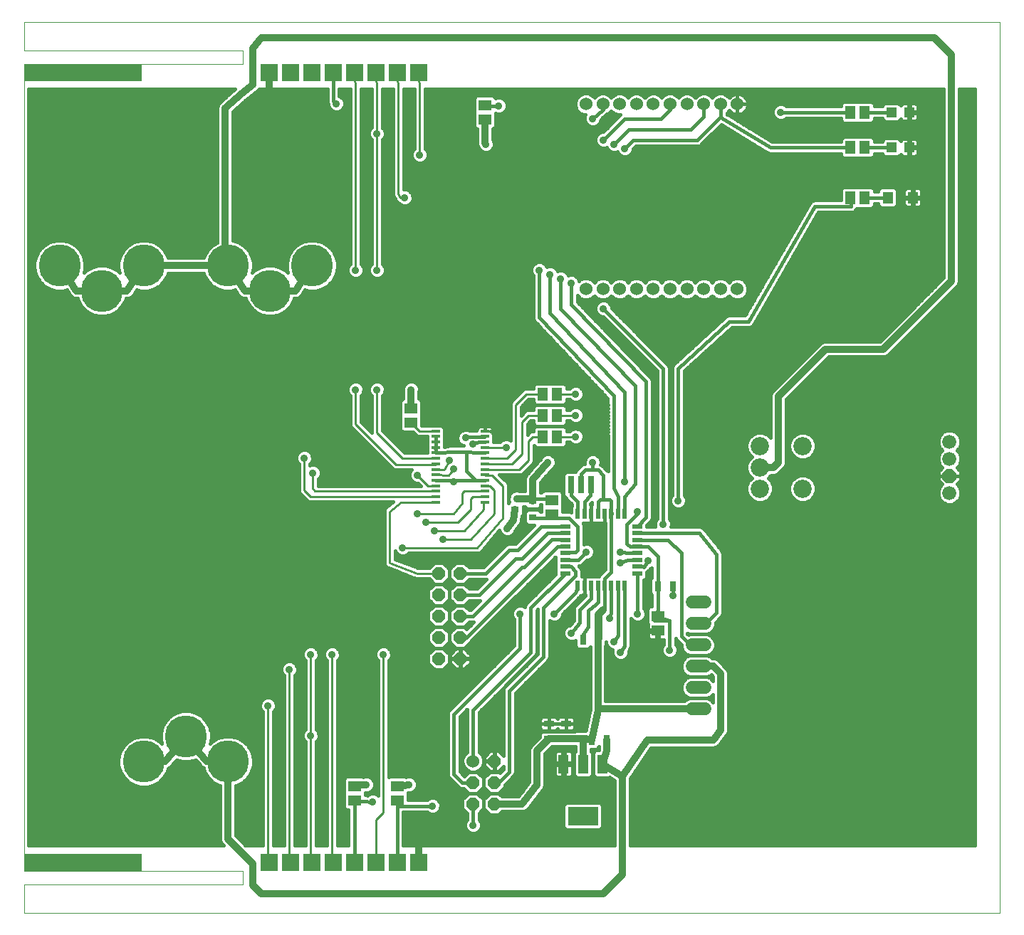
<source format=gtl>
G75*
G70*
%OFA0B0*%
%FSLAX24Y24*%
%IPPOS*%
%LPD*%
%AMOC8*
5,1,8,0,0,1.08239X$1,22.5*
%
%ADD10C,0.0000*%
%ADD11R,0.5512X0.0787*%
%ADD12R,0.0591X0.0512*%
%ADD13R,0.0315X0.0472*%
%ADD14R,0.0472X0.0315*%
%ADD15C,0.0600*%
%ADD16OC8,0.0600*%
%ADD17R,0.0220X0.0500*%
%ADD18R,0.0500X0.0220*%
%ADD19R,0.0480X0.0880*%
%ADD20R,0.1417X0.0866*%
%ADD21C,0.0600*%
%ADD22R,0.0472X0.0551*%
%ADD23R,0.0512X0.0591*%
%ADD24R,0.0787X0.0787*%
%ADD25C,0.1969*%
%ADD26C,0.0860*%
%ADD27R,0.0472X0.0472*%
%ADD28R,0.0315X0.0827*%
%ADD29R,0.0390X0.0120*%
%ADD30R,0.0354X0.0315*%
%ADD31C,0.0660*%
%ADD32OC8,0.0660*%
%ADD33C,0.0160*%
%ADD34C,0.0356*%
%ADD35C,0.0100*%
%ADD36C,0.0320*%
%ADD37C,0.0120*%
D10*
X000180Y000100D02*
X000180Y001439D01*
X010416Y001439D01*
X010416Y002069D01*
X000180Y002069D01*
X000180Y039864D01*
X010416Y039864D01*
X010416Y040494D01*
X000180Y040494D01*
X000180Y041832D01*
X045849Y041832D01*
X045849Y000100D01*
X000180Y000100D01*
D11*
X002936Y002462D03*
X002936Y039470D03*
D12*
X018280Y023735D03*
X018280Y023065D03*
X024880Y019435D03*
X024880Y018765D03*
X029830Y013985D03*
X029830Y013315D03*
X017630Y006035D03*
X017630Y005365D03*
X015630Y005365D03*
X015630Y006035D03*
X021730Y037265D03*
X021730Y037935D03*
D13*
X029826Y015400D03*
X030534Y015400D03*
X027034Y012900D03*
X026326Y012900D03*
X026726Y008200D03*
X027434Y008200D03*
D14*
X025530Y008246D03*
X025530Y008954D03*
X024730Y008954D03*
X024730Y008246D03*
D15*
X021180Y007200D03*
X026467Y029319D03*
X027255Y029319D03*
X028042Y029319D03*
X028830Y029319D03*
X029617Y029319D03*
X030404Y029319D03*
X031192Y029319D03*
X031979Y029319D03*
X032767Y029319D03*
X033554Y029319D03*
X033554Y037981D03*
X032767Y037981D03*
X031979Y037981D03*
X031192Y037981D03*
X030404Y037981D03*
X029617Y037981D03*
X028830Y037981D03*
X028042Y037981D03*
X027255Y037981D03*
X026467Y037981D03*
D16*
X020580Y016000D03*
X019580Y016000D03*
X019580Y015000D03*
X019580Y014000D03*
X019580Y013000D03*
X020580Y013000D03*
X020580Y014000D03*
X020580Y015000D03*
X020580Y012000D03*
X019580Y012000D03*
X022180Y007200D03*
X022180Y006200D03*
X022180Y005200D03*
X021180Y005200D03*
X021180Y006200D03*
D17*
X026078Y015410D03*
X026393Y015410D03*
X026708Y015410D03*
X027023Y015410D03*
X027337Y015410D03*
X027652Y015410D03*
X027967Y015410D03*
X028282Y015410D03*
X028282Y018790D03*
X027967Y018790D03*
X027652Y018790D03*
X027337Y018790D03*
X027023Y018790D03*
X026708Y018790D03*
X026393Y018790D03*
X026078Y018790D03*
D18*
X025490Y018202D03*
X025490Y017887D03*
X025490Y017572D03*
X025490Y017257D03*
X025490Y016943D03*
X025490Y016628D03*
X025490Y016313D03*
X025490Y015998D03*
X028870Y015998D03*
X028870Y016313D03*
X028870Y016628D03*
X028870Y016943D03*
X028870Y017257D03*
X028870Y017572D03*
X028870Y017887D03*
X028870Y018202D03*
D19*
X027240Y007070D03*
X026330Y007070D03*
X025420Y007070D03*
D20*
X026330Y004630D03*
D21*
X031430Y009650D02*
X032030Y009650D01*
X032030Y010650D02*
X031430Y010650D01*
X031430Y011650D02*
X032030Y011650D01*
X032030Y012650D02*
X031430Y012650D01*
X031430Y013650D02*
X032030Y013650D01*
X032030Y014650D02*
X031430Y014650D01*
D22*
X040589Y033600D03*
X041771Y033600D03*
D23*
X039515Y033600D03*
X038845Y033600D03*
X038845Y035950D03*
X039515Y035950D03*
X039515Y037600D03*
X038845Y037600D03*
X025115Y024400D03*
X024445Y024400D03*
X024445Y023400D03*
X025115Y023400D03*
X025115Y022400D03*
X024445Y022400D03*
D24*
X018641Y039470D03*
X017641Y039470D03*
X016641Y039470D03*
X015641Y039470D03*
X014641Y039470D03*
X013641Y039470D03*
X012641Y039470D03*
X011641Y039470D03*
X011641Y002462D03*
X012641Y002462D03*
X013641Y002462D03*
X014641Y002462D03*
X015641Y002462D03*
X016641Y002462D03*
X017641Y002462D03*
X018641Y002462D03*
D25*
X009708Y007187D03*
X007739Y008368D03*
X005771Y007187D03*
X003802Y029234D03*
X005771Y030415D03*
X009708Y030415D03*
X011676Y029234D03*
X013645Y030415D03*
X001834Y030415D03*
D26*
X034613Y021966D03*
X034613Y020966D03*
X034613Y019966D03*
X036613Y019966D03*
X036613Y021966D03*
D27*
X040767Y035950D03*
X041593Y035950D03*
X041593Y037600D03*
X040767Y037600D03*
D28*
X026702Y020150D03*
X026230Y020150D03*
X025758Y020150D03*
D29*
X021729Y020104D03*
X021729Y019848D03*
X021729Y019593D03*
X021729Y019337D03*
X021729Y020360D03*
X021729Y020616D03*
X021729Y020872D03*
X021729Y021128D03*
X021729Y021384D03*
X021729Y021640D03*
X021729Y021896D03*
X021729Y022152D03*
X021729Y022407D03*
X021729Y022663D03*
X019431Y022663D03*
X019431Y022407D03*
X019431Y022152D03*
X019431Y021896D03*
X019431Y021640D03*
X019431Y021384D03*
X019431Y021128D03*
X019431Y020872D03*
X019431Y020616D03*
X019431Y020360D03*
X019431Y020104D03*
X019431Y019848D03*
X019431Y019593D03*
X019431Y019337D03*
D30*
X023147Y019000D03*
X023974Y018626D03*
X023974Y019374D03*
D31*
X043487Y019766D03*
X043487Y021366D03*
X043487Y022166D03*
D32*
X043487Y020566D03*
D33*
X042977Y020566D01*
X042977Y020355D01*
X043152Y020180D01*
X043038Y020066D01*
X042957Y019872D01*
X042957Y019661D01*
X043038Y019466D01*
X043187Y019317D01*
X043382Y019236D01*
X043593Y019236D01*
X043787Y019317D01*
X043936Y019466D01*
X044017Y019661D01*
X044017Y019872D01*
X043936Y020066D01*
X043822Y020180D01*
X043997Y020355D01*
X043997Y020566D01*
X043487Y020566D01*
X043487Y020566D01*
X042977Y020566D01*
X042977Y020777D01*
X043152Y020952D01*
X043038Y021066D01*
X042957Y021261D01*
X042957Y021472D01*
X043038Y021666D01*
X043138Y021766D01*
X043038Y021866D01*
X042957Y022061D01*
X042957Y022272D01*
X043038Y022466D01*
X043187Y022615D01*
X043382Y022696D01*
X043593Y022696D01*
X043787Y022615D01*
X043936Y022466D01*
X044017Y022272D01*
X044017Y022061D01*
X043936Y021866D01*
X043837Y021766D01*
X043936Y021666D01*
X044017Y021472D01*
X044017Y021261D01*
X043936Y021066D01*
X043822Y020952D01*
X043997Y020777D01*
X043997Y020566D01*
X043487Y020566D01*
X043487Y020566D01*
X042977Y020547D02*
X036858Y020547D01*
X036970Y020500D02*
X036738Y020596D01*
X036488Y020596D01*
X036256Y020500D01*
X036079Y020323D01*
X035983Y020091D01*
X035983Y019841D01*
X036079Y019609D01*
X036256Y019432D01*
X036488Y019336D01*
X036738Y019336D01*
X036970Y019432D01*
X037147Y019609D01*
X037243Y019841D01*
X037243Y020091D01*
X037147Y020323D01*
X036970Y020500D01*
X037082Y020388D02*
X042977Y020388D01*
X043102Y020230D02*
X037186Y020230D01*
X037243Y020071D02*
X043042Y020071D01*
X042974Y019913D02*
X037243Y019913D01*
X037207Y019754D02*
X042957Y019754D01*
X042984Y019596D02*
X037133Y019596D01*
X036975Y019437D02*
X043067Y019437D01*
X043279Y019279D02*
X031139Y019279D01*
X031158Y019325D02*
X031101Y019186D01*
X030994Y019079D01*
X030855Y019022D01*
X030705Y019022D01*
X030566Y019079D01*
X030459Y019186D01*
X030402Y019325D01*
X030402Y019475D01*
X030459Y019614D01*
X030500Y019655D01*
X030500Y025551D01*
X030498Y025557D01*
X030500Y025606D01*
X030500Y025656D01*
X030502Y025662D01*
X030503Y025668D01*
X030524Y025713D01*
X030543Y025759D01*
X030547Y025763D01*
X030550Y025769D01*
X030586Y025802D01*
X030621Y025837D01*
X030627Y025840D01*
X032986Y028002D01*
X033021Y028037D01*
X033027Y028040D01*
X033032Y028044D01*
X033078Y028061D01*
X033124Y028080D01*
X033131Y028080D01*
X033137Y028082D01*
X033186Y028080D01*
X033918Y028080D01*
X036928Y033324D01*
X036943Y033359D01*
X036956Y033372D01*
X036965Y033388D01*
X036995Y033411D01*
X037021Y033437D01*
X037038Y033444D01*
X037053Y033456D01*
X037089Y033466D01*
X037124Y033480D01*
X037143Y033480D01*
X037161Y033485D01*
X037198Y033480D01*
X038389Y033480D01*
X038389Y033978D01*
X038507Y034095D01*
X039853Y034095D01*
X039971Y033978D01*
X039971Y033880D01*
X040153Y033880D01*
X040153Y033958D01*
X040270Y034076D01*
X040909Y034076D01*
X041026Y033958D01*
X041026Y033242D01*
X040909Y033124D01*
X040270Y033124D01*
X040153Y033242D01*
X040153Y033320D01*
X039971Y033320D01*
X039971Y033222D01*
X039853Y033105D01*
X039144Y033105D01*
X039117Y033041D01*
X039039Y032963D01*
X038936Y032920D01*
X037342Y032920D01*
X034332Y027676D01*
X034317Y027641D01*
X034304Y027628D01*
X034295Y027612D01*
X034265Y027589D01*
X034239Y027563D01*
X034222Y027556D01*
X034207Y027544D01*
X034171Y027534D01*
X034136Y027520D01*
X034117Y027520D01*
X034099Y027515D01*
X034062Y027520D01*
X033289Y027520D01*
X031060Y025477D01*
X031060Y019655D01*
X031101Y019614D01*
X031158Y019475D01*
X031158Y019325D01*
X031158Y019437D02*
X034251Y019437D01*
X034256Y019432D02*
X034488Y019336D01*
X034738Y019336D01*
X034970Y019432D01*
X035147Y019609D01*
X035243Y019841D01*
X035243Y020091D01*
X035147Y020323D01*
X035004Y020466D01*
X035144Y020606D01*
X035318Y020606D01*
X035450Y020661D01*
X035684Y020895D01*
X035785Y020996D01*
X035840Y021128D01*
X035840Y024151D01*
X037829Y026140D01*
X040452Y026140D01*
X040584Y026195D01*
X043784Y029395D01*
X043885Y029496D01*
X043940Y029628D01*
X043940Y038683D01*
X044668Y038683D01*
X044668Y003250D01*
X028540Y003250D01*
X028540Y006390D01*
X029519Y007837D01*
X029552Y007837D01*
X029554Y007836D01*
X029623Y007836D01*
X029692Y007835D01*
X029695Y007836D01*
X032377Y007836D01*
X032399Y007830D01*
X032448Y007836D01*
X032497Y007836D01*
X032518Y007844D01*
X032541Y007847D01*
X032584Y007872D01*
X032630Y007890D01*
X032646Y007907D01*
X032666Y007918D01*
X032696Y007957D01*
X032731Y007992D01*
X032740Y008013D01*
X033050Y008411D01*
X033085Y008446D01*
X033094Y008467D01*
X033108Y008485D01*
X033121Y008533D01*
X033140Y008578D01*
X033140Y008601D01*
X033146Y008623D01*
X033140Y008672D01*
X033140Y011372D01*
X033085Y011504D01*
X032735Y011854D01*
X032634Y011955D01*
X032502Y012010D01*
X032377Y012010D01*
X032313Y012074D01*
X032129Y012150D01*
X032313Y012226D01*
X032454Y012367D01*
X032530Y012551D01*
X032530Y012749D01*
X032454Y012933D01*
X032313Y013074D01*
X032129Y013150D01*
X032313Y013226D01*
X032454Y013367D01*
X032530Y013551D01*
X032530Y013704D01*
X032817Y013991D01*
X032860Y014094D01*
X032860Y016884D01*
X032864Y016924D01*
X032860Y016940D01*
X032860Y016956D01*
X032845Y016993D01*
X032833Y017031D01*
X032823Y017044D01*
X032817Y017059D01*
X032789Y017087D01*
X032023Y018044D01*
X032017Y018059D01*
X031989Y018087D01*
X031964Y018118D01*
X031950Y018126D01*
X031939Y018137D01*
X031901Y018153D01*
X031866Y018172D01*
X031850Y018174D01*
X031836Y018180D01*
X031796Y018180D01*
X031756Y018184D01*
X031740Y018180D01*
X030440Y018180D01*
X030458Y018225D01*
X030458Y018375D01*
X030401Y018514D01*
X030360Y018555D01*
X030360Y025656D01*
X030317Y025759D01*
X027658Y028418D01*
X027658Y028475D01*
X027601Y028614D01*
X027494Y028721D01*
X027355Y028778D01*
X027205Y028778D01*
X027066Y028721D01*
X026959Y028614D01*
X026902Y028475D01*
X026902Y028325D01*
X026959Y028186D01*
X027066Y028079D01*
X027205Y028022D01*
X027262Y028022D01*
X029800Y025484D01*
X029800Y018555D01*
X029759Y018514D01*
X029702Y018375D01*
X029702Y018225D01*
X029720Y018180D01*
X029320Y018180D01*
X029320Y018256D01*
X029517Y018454D01*
X029560Y018557D01*
X029560Y024998D01*
X029561Y025052D01*
X029560Y025054D01*
X029560Y025056D01*
X029539Y025105D01*
X029520Y025155D01*
X029518Y025157D01*
X029517Y025159D01*
X029479Y025197D01*
X026060Y028714D01*
X026060Y029020D01*
X026184Y028895D01*
X026368Y028819D01*
X026567Y028819D01*
X026751Y028895D01*
X026861Y029006D01*
X026972Y028895D01*
X027155Y028819D01*
X027354Y028819D01*
X027538Y028895D01*
X027649Y029006D01*
X027759Y028895D01*
X027943Y028819D01*
X028142Y028819D01*
X028325Y028895D01*
X028436Y029006D01*
X028546Y028895D01*
X028730Y028819D01*
X028929Y028819D01*
X029113Y028895D01*
X029223Y029006D01*
X029334Y028895D01*
X029518Y028819D01*
X029716Y028819D01*
X029900Y028895D01*
X030011Y029006D01*
X030121Y028895D01*
X030305Y028819D01*
X030504Y028819D01*
X030688Y028895D01*
X030798Y029006D01*
X030909Y028895D01*
X031092Y028819D01*
X031291Y028819D01*
X031475Y028895D01*
X031586Y029006D01*
X031696Y028895D01*
X031880Y028819D01*
X032079Y028819D01*
X032262Y028895D01*
X032373Y029006D01*
X032483Y028895D01*
X032667Y028819D01*
X032866Y028819D01*
X033050Y028895D01*
X033160Y029006D01*
X033271Y028895D01*
X033455Y028819D01*
X033653Y028819D01*
X033837Y028895D01*
X033978Y029036D01*
X034054Y029220D01*
X034054Y029419D01*
X033978Y029603D01*
X033837Y029743D01*
X033653Y029819D01*
X033455Y029819D01*
X033271Y029743D01*
X033160Y029633D01*
X033050Y029743D01*
X032866Y029819D01*
X032667Y029819D01*
X032483Y029743D01*
X032373Y029633D01*
X032262Y029743D01*
X032079Y029819D01*
X031880Y029819D01*
X031696Y029743D01*
X031586Y029633D01*
X031475Y029743D01*
X031291Y029819D01*
X031092Y029819D01*
X030909Y029743D01*
X030798Y029633D01*
X030688Y029743D01*
X030504Y029819D01*
X030305Y029819D01*
X030121Y029743D01*
X030011Y029633D01*
X029900Y029743D01*
X029716Y029819D01*
X029518Y029819D01*
X029334Y029743D01*
X029223Y029633D01*
X029113Y029743D01*
X028929Y029819D01*
X028730Y029819D01*
X028546Y029743D01*
X028436Y029633D01*
X028325Y029743D01*
X028142Y029819D01*
X027943Y029819D01*
X027759Y029743D01*
X027649Y029633D01*
X027538Y029743D01*
X027354Y029819D01*
X027155Y029819D01*
X026972Y029743D01*
X026861Y029633D01*
X026751Y029743D01*
X026567Y029819D01*
X026368Y029819D01*
X026184Y029743D01*
X026146Y029705D01*
X026101Y029814D01*
X025994Y029921D01*
X025855Y029978D01*
X025705Y029978D01*
X025629Y029947D01*
X025601Y030014D01*
X025494Y030121D01*
X025355Y030178D01*
X025205Y030178D01*
X025129Y030147D01*
X025101Y030214D01*
X024994Y030321D01*
X024855Y030378D01*
X024705Y030378D01*
X024629Y030347D01*
X024601Y030414D01*
X024494Y030521D01*
X024355Y030578D01*
X024205Y030578D01*
X024066Y030521D01*
X023959Y030414D01*
X023902Y030275D01*
X023902Y030125D01*
X023959Y029986D01*
X024000Y029945D01*
X024000Y028004D01*
X023999Y027952D01*
X024000Y027948D01*
X024000Y027944D01*
X024020Y027896D01*
X024038Y027848D01*
X024041Y027845D01*
X024043Y027841D01*
X024079Y027805D01*
X027488Y024201D01*
X027498Y020778D01*
X027439Y020837D01*
X027189Y021087D01*
X027149Y021104D01*
X027158Y021125D01*
X027158Y021275D01*
X027101Y021414D01*
X026994Y021521D01*
X026855Y021578D01*
X026705Y021578D01*
X026566Y021521D01*
X026459Y021414D01*
X026402Y021275D01*
X026402Y021130D01*
X026374Y021130D01*
X026271Y021087D01*
X026193Y021009D01*
X025993Y020809D01*
X025974Y020763D01*
X025517Y020763D01*
X025400Y020646D01*
X025400Y019654D01*
X025517Y019537D01*
X025524Y019537D01*
X025543Y019491D01*
X025621Y019413D01*
X025798Y019236D01*
X025798Y019153D01*
X025768Y019123D01*
X025768Y018867D01*
X025736Y018880D01*
X025375Y018880D01*
X025375Y019773D01*
X025258Y019891D01*
X024502Y019891D01*
X024385Y019774D01*
X024336Y019774D01*
X024339Y020264D01*
X024869Y020869D01*
X024894Y020879D01*
X025001Y020986D01*
X025058Y021125D01*
X025058Y021275D01*
X025001Y021414D01*
X024894Y021521D01*
X024755Y021578D01*
X024605Y021578D01*
X024466Y021521D01*
X024359Y021414D01*
X024333Y021350D01*
X023718Y020647D01*
X023676Y020606D01*
X023671Y020593D01*
X023662Y020583D01*
X023643Y020528D01*
X023621Y020474D01*
X023620Y020460D01*
X023616Y020448D01*
X023620Y020389D01*
X023616Y019857D01*
X023351Y019859D01*
X023305Y019878D01*
X023155Y019878D01*
X023016Y019821D01*
X022909Y019714D01*
X022852Y019575D01*
X022852Y019425D01*
X022882Y019352D01*
X022830Y019301D01*
X022830Y020150D01*
X022792Y020242D01*
X022412Y020622D01*
X023402Y020622D01*
X023494Y020660D01*
X023922Y021088D01*
X023992Y021158D01*
X024030Y021250D01*
X024030Y021981D01*
X024107Y021905D01*
X025453Y021905D01*
X025571Y022022D01*
X025571Y022150D01*
X025695Y022150D01*
X025766Y022079D01*
X025905Y022022D01*
X026055Y022022D01*
X026194Y022079D01*
X026301Y022186D01*
X026358Y022325D01*
X026358Y022475D01*
X026301Y022614D01*
X026194Y022721D01*
X026055Y022778D01*
X025905Y022778D01*
X025766Y022721D01*
X025695Y022650D01*
X025571Y022650D01*
X025571Y022778D01*
X025453Y022895D01*
X024107Y022895D01*
X023989Y022778D01*
X023989Y022650D01*
X023930Y022650D01*
X023838Y022612D01*
X023768Y022542D01*
X023730Y022504D01*
X023730Y022996D01*
X023884Y023150D01*
X023989Y023150D01*
X023989Y023022D01*
X024107Y022905D01*
X025453Y022905D01*
X025571Y023022D01*
X025571Y023150D01*
X025695Y023150D01*
X025766Y023079D01*
X025905Y023022D01*
X026055Y023022D01*
X026194Y023079D01*
X026301Y023186D01*
X026358Y023325D01*
X026358Y023475D01*
X026301Y023614D01*
X026194Y023721D01*
X026055Y023778D01*
X025905Y023778D01*
X025766Y023721D01*
X025695Y023650D01*
X025571Y023650D01*
X025571Y023778D01*
X025453Y023895D01*
X024107Y023895D01*
X023989Y023778D01*
X023989Y023650D01*
X023730Y023650D01*
X023638Y023612D01*
X023568Y023542D01*
X023568Y023542D01*
X023430Y023404D01*
X023430Y023796D01*
X023784Y024150D01*
X023989Y024150D01*
X023989Y024022D01*
X024107Y023905D01*
X025453Y023905D01*
X025571Y024022D01*
X025571Y024150D01*
X025695Y024150D01*
X025766Y024079D01*
X025905Y024022D01*
X026055Y024022D01*
X026194Y024079D01*
X026301Y024186D01*
X026358Y024325D01*
X026358Y024475D01*
X026301Y024614D01*
X026194Y024721D01*
X026055Y024778D01*
X025905Y024778D01*
X025766Y024721D01*
X025695Y024650D01*
X025571Y024650D01*
X025571Y024778D01*
X025453Y024895D01*
X024107Y024895D01*
X023989Y024778D01*
X023989Y024650D01*
X023630Y024650D01*
X023538Y024612D01*
X023468Y024542D01*
X022968Y024042D01*
X022930Y023950D01*
X022930Y022226D01*
X022805Y022278D01*
X022655Y022278D01*
X022516Y022221D01*
X022445Y022150D01*
X022124Y022150D01*
X022124Y022550D01*
X022102Y022572D01*
X022104Y022580D01*
X022104Y022663D01*
X022011Y022663D01*
X022011Y022663D01*
X022104Y022663D01*
X022104Y022747D01*
X022091Y022793D01*
X022068Y022834D01*
X022034Y022867D01*
X021993Y022891D01*
X021947Y022903D01*
X021729Y022903D01*
X021729Y022680D01*
X021729Y022680D01*
X021729Y022903D01*
X021510Y022903D01*
X021464Y022891D01*
X021423Y022867D01*
X021390Y022834D01*
X021366Y022793D01*
X021354Y022747D01*
X021354Y022680D01*
X021021Y022680D01*
X020905Y022728D01*
X020755Y022728D01*
X020616Y022671D01*
X020509Y022564D01*
X020452Y022425D01*
X020452Y022275D01*
X020509Y022136D01*
X020616Y022029D01*
X020735Y021980D01*
X020108Y021980D01*
X020081Y021985D01*
X020053Y021980D01*
X020024Y021980D01*
X019999Y021969D01*
X019826Y021936D01*
X019826Y022806D01*
X019709Y022923D01*
X019153Y022923D01*
X019143Y022913D01*
X018786Y022913D01*
X018775Y022924D01*
X022930Y022924D01*
X022930Y022766D02*
X022099Y022766D01*
X022104Y022607D02*
X022930Y022607D01*
X022930Y022449D02*
X022124Y022449D01*
X022124Y022290D02*
X022930Y022290D01*
X022930Y023083D02*
X018775Y023083D01*
X018775Y023241D02*
X022930Y023241D01*
X022930Y023400D02*
X018775Y023400D01*
X018775Y023558D02*
X022930Y023558D01*
X022930Y023717D02*
X018775Y023717D01*
X018775Y023875D02*
X022930Y023875D01*
X022965Y024034D02*
X018775Y024034D01*
X018775Y024073D02*
X018658Y024191D01*
X018640Y024191D01*
X018640Y024481D01*
X018658Y024525D01*
X018658Y024675D01*
X018601Y024814D01*
X018494Y024921D01*
X018355Y024978D01*
X018205Y024978D01*
X018066Y024921D01*
X017959Y024814D01*
X017902Y024675D01*
X017902Y024525D01*
X017920Y024481D01*
X017920Y024191D01*
X017902Y024191D01*
X017785Y024073D01*
X017785Y022727D01*
X017902Y022609D01*
X018382Y022609D01*
X018540Y022451D01*
X018632Y022413D01*
X019036Y022413D01*
X019036Y021650D01*
X017984Y021650D01*
X016930Y022704D01*
X016930Y024315D01*
X017001Y024386D01*
X017058Y024525D01*
X017058Y024675D01*
X017001Y024814D01*
X016894Y024921D01*
X016755Y024978D01*
X016605Y024978D01*
X016466Y024921D01*
X016359Y024814D01*
X016302Y024675D01*
X016302Y024525D01*
X016359Y024386D01*
X016430Y024315D01*
X016430Y022604D01*
X015930Y023104D01*
X015930Y024315D01*
X016001Y024386D01*
X016058Y024525D01*
X016058Y024675D01*
X016001Y024814D01*
X015894Y024921D01*
X015755Y024978D01*
X015605Y024978D01*
X015466Y024921D01*
X015359Y024814D01*
X015302Y024675D01*
X015302Y024525D01*
X015359Y024386D01*
X015430Y024315D01*
X015430Y022950D01*
X015468Y022858D01*
X017368Y020958D01*
X017438Y020888D01*
X017530Y020850D01*
X018295Y020850D01*
X018259Y020814D01*
X018202Y020675D01*
X018202Y020525D01*
X018259Y020386D01*
X018366Y020279D01*
X018505Y020222D01*
X018605Y020222D01*
X018726Y020100D01*
X013930Y020100D01*
X013930Y020415D01*
X014001Y020486D01*
X014058Y020625D01*
X014058Y020775D01*
X014001Y020914D01*
X013894Y021021D01*
X013755Y021078D01*
X013605Y021078D01*
X013530Y021047D01*
X013530Y021115D01*
X013601Y021186D01*
X013658Y021325D01*
X013658Y021475D01*
X013601Y021614D01*
X013494Y021721D01*
X013355Y021778D01*
X013205Y021778D01*
X013066Y021721D01*
X012959Y021614D01*
X012902Y021475D01*
X012902Y021325D01*
X012959Y021186D01*
X013030Y021115D01*
X013030Y019850D01*
X013068Y019758D01*
X013368Y019458D01*
X013438Y019388D01*
X013530Y019350D01*
X017437Y019350D01*
X017151Y019117D01*
X017138Y019112D01*
X017112Y019086D01*
X017084Y019063D01*
X017077Y019051D01*
X017068Y019042D01*
X017054Y019008D01*
X017036Y018975D01*
X017035Y018962D01*
X017030Y018950D01*
X017030Y018913D01*
X017026Y018876D01*
X017030Y018863D01*
X017030Y016546D01*
X017029Y016543D01*
X017030Y016497D01*
X017030Y016450D01*
X017031Y016447D01*
X017031Y016444D01*
X017050Y016401D01*
X017068Y016358D01*
X017070Y016356D01*
X017072Y016353D01*
X017105Y016321D01*
X017138Y016288D01*
X017141Y016287D01*
X017144Y016285D01*
X017187Y016268D01*
X017230Y016250D01*
X017234Y016250D01*
X018487Y015768D01*
X018530Y015750D01*
X018534Y015750D01*
X018537Y015749D01*
X018583Y015750D01*
X019123Y015750D01*
X019373Y015500D01*
X019080Y015207D01*
X019080Y014793D01*
X019373Y014500D01*
X019080Y014207D01*
X019080Y013793D01*
X019373Y013500D01*
X019080Y013207D01*
X019080Y012793D01*
X019373Y012500D01*
X019080Y012207D01*
X019080Y011793D01*
X019373Y011500D01*
X019787Y011500D01*
X020080Y011793D01*
X020080Y012207D01*
X019787Y012500D01*
X019373Y012500D01*
X019787Y012500D01*
X020080Y012793D01*
X020080Y013207D01*
X019787Y013500D01*
X019373Y013500D01*
X019787Y013500D01*
X020080Y013793D01*
X020080Y014207D01*
X019787Y014500D01*
X019373Y014500D01*
X019787Y014500D01*
X020080Y014793D01*
X020080Y015207D01*
X019787Y015500D01*
X019373Y015500D01*
X019787Y015500D01*
X020080Y015793D01*
X020373Y015500D01*
X020080Y015207D01*
X020080Y014793D01*
X020373Y014500D01*
X020080Y014207D01*
X020080Y013793D01*
X020373Y013500D01*
X020080Y013207D01*
X020080Y012793D01*
X020373Y012500D01*
X020787Y012500D01*
X021080Y012793D01*
X021080Y012804D01*
X021117Y012841D01*
X021117Y012841D01*
X025040Y016764D01*
X025040Y015944D01*
X023643Y014546D01*
X023600Y014443D01*
X023600Y014415D01*
X023594Y014421D01*
X023455Y014478D01*
X023305Y014478D01*
X023166Y014421D01*
X023059Y014314D01*
X023002Y014175D01*
X023002Y014025D01*
X023059Y013886D01*
X023100Y013845D01*
X023100Y012616D01*
X020043Y009559D01*
X020000Y009456D01*
X020000Y006544D01*
X020043Y006441D01*
X020443Y006041D01*
X020521Y005963D01*
X020624Y005920D01*
X020753Y005920D01*
X020973Y005700D01*
X020680Y005407D01*
X020680Y004993D01*
X020900Y004773D01*
X020900Y004455D01*
X020859Y004414D01*
X020802Y004275D01*
X020802Y004125D01*
X020859Y003986D01*
X020966Y003879D01*
X021105Y003822D01*
X021255Y003822D01*
X021394Y003879D01*
X021501Y003986D01*
X021558Y004125D01*
X021558Y004275D01*
X021501Y004414D01*
X021460Y004455D01*
X021460Y004773D01*
X021680Y004993D01*
X021680Y005407D01*
X021387Y005700D01*
X020973Y005700D01*
X021387Y005700D01*
X021680Y005993D01*
X021973Y005700D01*
X021680Y005407D01*
X021680Y004993D01*
X021973Y004700D01*
X022387Y004700D01*
X022527Y004840D01*
X023431Y004840D01*
X023454Y004834D01*
X023502Y004840D01*
X023552Y004840D01*
X023573Y004849D01*
X023596Y004852D01*
X023638Y004876D01*
X023684Y004895D01*
X023700Y004911D01*
X023720Y004922D01*
X023750Y004961D01*
X023785Y004996D01*
X023794Y005017D01*
X024450Y005861D01*
X024485Y005896D01*
X024494Y005917D01*
X024508Y005936D01*
X024521Y005983D01*
X024540Y006028D01*
X024540Y006051D01*
X024546Y006074D01*
X024540Y006122D01*
X024540Y007547D01*
X024879Y007886D01*
X025460Y007886D01*
X025462Y007885D01*
X025532Y007886D01*
X025602Y007886D01*
X025603Y007886D01*
X025794Y007888D01*
X025849Y007888D01*
X025850Y007889D01*
X025970Y007890D01*
X025970Y007673D01*
X025890Y007593D01*
X025890Y006547D01*
X026007Y006430D01*
X026653Y006430D01*
X026770Y006547D01*
X026770Y007593D01*
X026690Y007673D01*
X026690Y007764D01*
X026966Y007764D01*
X027078Y007876D01*
X027079Y007759D01*
X027064Y007710D01*
X026917Y007710D01*
X026800Y007593D01*
X026800Y006547D01*
X026917Y006430D01*
X027563Y006430D01*
X027573Y006440D01*
X027820Y006294D01*
X027820Y003250D01*
X017910Y003250D01*
X017910Y004820D01*
X019025Y004820D01*
X019066Y004779D01*
X019205Y004722D01*
X019355Y004722D01*
X019494Y004779D01*
X019601Y004886D01*
X019658Y005025D01*
X019658Y005175D01*
X019601Y005314D01*
X019494Y005421D01*
X019355Y005478D01*
X019205Y005478D01*
X019066Y005421D01*
X019025Y005380D01*
X018125Y005380D01*
X018125Y005722D01*
X018255Y005722D01*
X018394Y005779D01*
X018501Y005886D01*
X018558Y006025D01*
X018558Y006175D01*
X018501Y006314D01*
X018394Y006421D01*
X018255Y006478D01*
X018105Y006478D01*
X018045Y006453D01*
X018008Y006491D01*
X017252Y006491D01*
X017230Y006469D01*
X017230Y011915D01*
X017301Y011986D01*
X017358Y012125D01*
X017358Y012275D01*
X017301Y012414D01*
X017194Y012521D01*
X017055Y012578D01*
X016905Y012578D01*
X016766Y012521D01*
X016659Y012414D01*
X016602Y012275D01*
X016602Y012125D01*
X016659Y011986D01*
X016730Y011915D01*
X016730Y005585D01*
X016694Y005621D01*
X016555Y005678D01*
X016405Y005678D01*
X016266Y005621D01*
X016245Y005599D01*
X016125Y005609D01*
X016125Y005722D01*
X016255Y005722D01*
X016394Y005779D01*
X016501Y005886D01*
X016558Y006025D01*
X016558Y006175D01*
X016501Y006314D01*
X016394Y006421D01*
X016255Y006478D01*
X016105Y006478D01*
X016045Y006453D01*
X016008Y006491D01*
X015252Y006491D01*
X015135Y006373D01*
X015135Y005027D01*
X015252Y004909D01*
X015350Y004909D01*
X015350Y003250D01*
X014830Y003250D01*
X014830Y011915D01*
X014901Y011986D01*
X014958Y012125D01*
X014958Y012275D01*
X014901Y012414D01*
X014794Y012521D01*
X014655Y012578D01*
X014505Y012578D01*
X014366Y012521D01*
X014259Y012414D01*
X014202Y012275D01*
X014202Y012125D01*
X014259Y011986D01*
X014330Y011915D01*
X014330Y003250D01*
X013830Y003250D01*
X013830Y008115D01*
X013901Y008186D01*
X013958Y008325D01*
X013958Y008475D01*
X013901Y008614D01*
X013830Y008685D01*
X013830Y011915D01*
X013901Y011986D01*
X013958Y012125D01*
X013958Y012275D01*
X013901Y012414D01*
X013794Y012521D01*
X013655Y012578D01*
X013505Y012578D01*
X013366Y012521D01*
X013259Y012414D01*
X013202Y012275D01*
X013202Y012125D01*
X013259Y011986D01*
X013330Y011915D01*
X013330Y008685D01*
X013259Y008614D01*
X013202Y008475D01*
X013202Y008325D01*
X013259Y008186D01*
X013330Y008115D01*
X013330Y003250D01*
X012830Y003250D01*
X012830Y011215D01*
X012901Y011286D01*
X012958Y011425D01*
X012958Y011575D01*
X012901Y011714D01*
X012794Y011821D01*
X012655Y011878D01*
X012505Y011878D01*
X012366Y011821D01*
X012259Y011714D01*
X012202Y011575D01*
X012202Y011425D01*
X012259Y011286D01*
X012330Y011215D01*
X012330Y003250D01*
X011830Y003250D01*
X011830Y009515D01*
X011901Y009586D01*
X011958Y009725D01*
X011958Y009875D01*
X011901Y010014D01*
X011794Y010121D01*
X011655Y010178D01*
X011505Y010178D01*
X011366Y010121D01*
X011259Y010014D01*
X011202Y009875D01*
X011202Y009725D01*
X011259Y009586D01*
X011330Y009515D01*
X011330Y003250D01*
X010540Y003250D01*
X010068Y003722D01*
X010068Y006057D01*
X010165Y006083D01*
X010435Y006239D01*
X010655Y006459D01*
X010811Y006730D01*
X010892Y007031D01*
X010892Y007343D01*
X010811Y007644D01*
X010655Y007914D01*
X010435Y008134D01*
X010165Y008290D01*
X009863Y008371D01*
X009552Y008371D01*
X009250Y008290D01*
X008980Y008134D01*
X008874Y008028D01*
X008923Y008212D01*
X008923Y008524D01*
X008843Y008825D01*
X008687Y009095D01*
X008466Y009315D01*
X008196Y009471D01*
X007895Y009552D01*
X007583Y009552D01*
X007282Y009471D01*
X007012Y009315D01*
X006791Y009095D01*
X006636Y008825D01*
X006555Y008524D01*
X006555Y008212D01*
X006604Y008028D01*
X006498Y008134D01*
X006228Y008290D01*
X005926Y008371D01*
X005615Y008371D01*
X005313Y008290D01*
X005043Y008134D01*
X004823Y007914D01*
X004667Y007644D01*
X004586Y007343D01*
X004586Y007031D01*
X004667Y006730D01*
X004823Y006459D01*
X005043Y006239D01*
X005313Y006083D01*
X005615Y006002D01*
X005926Y006002D01*
X006228Y006083D01*
X006498Y006239D01*
X006718Y006459D01*
X006874Y006730D01*
X006910Y006864D01*
X006942Y006881D01*
X006995Y006904D01*
X007005Y006914D01*
X007018Y006921D01*
X007054Y006966D01*
X007094Y007007D01*
X007100Y007021D01*
X007297Y007260D01*
X007583Y007183D01*
X007895Y007183D01*
X008196Y007264D01*
X008198Y007265D01*
X008407Y007019D01*
X008411Y007007D01*
X008453Y006964D01*
X008491Y006919D01*
X008502Y006913D01*
X008510Y006904D01*
X008563Y006881D01*
X008604Y006730D01*
X008760Y006459D01*
X008980Y006239D01*
X009250Y006083D01*
X009348Y006057D01*
X009348Y003501D01*
X009402Y003369D01*
X009504Y003267D01*
X009521Y003250D01*
X000380Y003250D01*
X000380Y038683D01*
X010042Y038683D01*
X009388Y038110D01*
X009376Y038105D01*
X009334Y038063D01*
X009289Y038024D01*
X009284Y038013D01*
X009275Y038004D01*
X009252Y037949D01*
X009226Y037895D01*
X009225Y037883D01*
X009220Y037872D01*
X009220Y037812D01*
X009216Y037752D01*
X009220Y037741D01*
X009220Y031501D01*
X008980Y031363D01*
X008760Y031142D01*
X008604Y030872D01*
X008578Y030775D01*
X006900Y030775D01*
X006874Y030872D01*
X006718Y031142D01*
X006498Y031363D01*
X006228Y031519D01*
X005926Y031599D01*
X005615Y031599D01*
X005313Y031519D01*
X005043Y031363D01*
X004823Y031142D01*
X004667Y030872D01*
X004586Y030571D01*
X004586Y030259D01*
X004636Y030075D01*
X004529Y030181D01*
X004259Y030337D01*
X003958Y030418D01*
X003646Y030418D01*
X003345Y030337D01*
X003075Y030181D01*
X002969Y030075D01*
X003018Y030259D01*
X003018Y030571D01*
X002937Y030872D01*
X002781Y031142D01*
X002561Y031363D01*
X002291Y031519D01*
X001989Y031599D01*
X001678Y031599D01*
X001376Y031519D01*
X001106Y031363D01*
X000886Y031142D01*
X000730Y030872D01*
X000649Y030571D01*
X000649Y030259D01*
X000730Y029958D01*
X000886Y029688D01*
X001106Y029467D01*
X001376Y029311D01*
X001678Y029231D01*
X001989Y029231D01*
X002160Y029276D01*
X002302Y029064D01*
X002316Y029030D01*
X002341Y029005D01*
X002361Y028975D01*
X002391Y028954D01*
X002417Y028929D01*
X002450Y028915D01*
X002480Y028895D01*
X002516Y028888D01*
X002549Y028874D01*
X002585Y028874D01*
X002621Y028867D01*
X002656Y028874D01*
X002672Y028874D01*
X002699Y028777D01*
X002854Y028507D01*
X003075Y028286D01*
X003345Y028130D01*
X003646Y028050D01*
X003958Y028050D01*
X004259Y028130D01*
X004529Y028286D01*
X004750Y028507D01*
X004906Y028777D01*
X004932Y028874D01*
X004948Y028874D01*
X004984Y028867D01*
X005019Y028874D01*
X005055Y028874D01*
X005088Y028888D01*
X005124Y028895D01*
X005154Y028915D01*
X005187Y028929D01*
X005213Y028954D01*
X005243Y028975D01*
X005263Y029005D01*
X005288Y029030D01*
X005302Y029064D01*
X005444Y029276D01*
X005615Y029231D01*
X005926Y029231D01*
X006228Y029311D01*
X006498Y029467D01*
X006718Y029688D01*
X006874Y029958D01*
X006900Y030055D01*
X008578Y030055D01*
X008604Y029958D01*
X008760Y029688D01*
X008980Y029467D01*
X009250Y029311D01*
X009552Y029231D01*
X009863Y029231D01*
X010034Y029276D01*
X010176Y029064D01*
X010190Y029030D01*
X010215Y029005D01*
X010235Y028975D01*
X010265Y028954D01*
X010291Y028929D01*
X010324Y028915D01*
X010354Y028895D01*
X010390Y028888D01*
X010423Y028874D01*
X010459Y028874D01*
X010495Y028867D01*
X010530Y028874D01*
X010546Y028874D01*
X010573Y028777D01*
X010728Y028507D01*
X010949Y028286D01*
X011219Y028130D01*
X011520Y028050D01*
X011832Y028050D01*
X012133Y028130D01*
X012403Y028286D01*
X012624Y028507D01*
X012780Y028777D01*
X012806Y028874D01*
X012822Y028874D01*
X012858Y028867D01*
X012893Y028874D01*
X012929Y028874D01*
X012962Y028888D01*
X012998Y028895D01*
X013028Y028915D01*
X013061Y028929D01*
X013087Y028954D01*
X013117Y028975D01*
X013137Y029005D01*
X013162Y029030D01*
X013176Y029064D01*
X013318Y029276D01*
X013489Y029231D01*
X013800Y029231D01*
X014102Y029311D01*
X014372Y029467D01*
X014592Y029688D01*
X014748Y029958D01*
X014829Y030259D01*
X014829Y030571D01*
X014748Y030872D01*
X014592Y031142D01*
X014372Y031363D01*
X014102Y031519D01*
X013800Y031599D01*
X013489Y031599D01*
X013187Y031519D01*
X012917Y031363D01*
X012697Y031142D01*
X012541Y030872D01*
X012460Y030571D01*
X012460Y030259D01*
X012510Y030075D01*
X012403Y030181D01*
X012133Y030337D01*
X011832Y030418D01*
X011520Y030418D01*
X011219Y030337D01*
X010949Y030181D01*
X010843Y030075D01*
X010892Y030259D01*
X010892Y030571D01*
X010811Y030872D01*
X010655Y031142D01*
X010435Y031363D01*
X010165Y031519D01*
X009940Y031579D01*
X009940Y037637D01*
X010611Y038224D01*
X011065Y038587D01*
X011084Y038595D01*
X011120Y038631D01*
X011161Y038664D01*
X011171Y038682D01*
X011172Y038683D01*
X014361Y038683D01*
X014361Y038084D01*
X014402Y037984D01*
X014402Y037925D01*
X014459Y037786D01*
X014566Y037679D01*
X014705Y037622D01*
X014855Y037622D01*
X014994Y037679D01*
X015101Y037786D01*
X015158Y037925D01*
X015158Y038075D01*
X015101Y038214D01*
X014994Y038321D01*
X014921Y038351D01*
X014921Y038683D01*
X015430Y038683D01*
X015430Y030485D01*
X015359Y030414D01*
X015302Y030275D01*
X015302Y030125D01*
X015359Y029986D01*
X015466Y029879D01*
X015605Y029822D01*
X015755Y029822D01*
X015894Y029879D01*
X016001Y029986D01*
X016058Y030125D01*
X016058Y030275D01*
X016001Y030414D01*
X015930Y030485D01*
X015930Y038683D01*
X016430Y038683D01*
X016430Y036885D01*
X016359Y036814D01*
X016302Y036675D01*
X016302Y036525D01*
X016359Y036386D01*
X016430Y036315D01*
X016430Y030485D01*
X016359Y030414D01*
X016302Y030275D01*
X016302Y030125D01*
X016359Y029986D01*
X016466Y029879D01*
X016605Y029822D01*
X016755Y029822D01*
X016894Y029879D01*
X017001Y029986D01*
X017058Y030125D01*
X017058Y030275D01*
X017001Y030414D01*
X016930Y030485D01*
X016930Y036315D01*
X017001Y036386D01*
X017058Y036525D01*
X017058Y036675D01*
X017001Y036814D01*
X016930Y036885D01*
X016930Y038683D01*
X017430Y038683D01*
X017430Y033841D01*
X017427Y033832D01*
X017430Y033791D01*
X017430Y033750D01*
X017434Y033742D01*
X017434Y033733D01*
X017452Y033696D01*
X017468Y033658D01*
X017475Y033652D01*
X017552Y033496D01*
X017568Y033458D01*
X017575Y033452D01*
X017579Y033444D01*
X017609Y033417D01*
X017638Y033388D01*
X017647Y033385D01*
X017654Y033379D01*
X017673Y033372D01*
X017766Y033279D01*
X017905Y033222D01*
X018055Y033222D01*
X018194Y033279D01*
X018301Y033386D01*
X018358Y033525D01*
X018358Y033675D01*
X018301Y033814D01*
X018194Y033921D01*
X018055Y033978D01*
X017930Y033978D01*
X017930Y038683D01*
X018430Y038683D01*
X018430Y035885D01*
X018359Y035814D01*
X018302Y035675D01*
X018302Y035525D01*
X018359Y035386D01*
X018466Y035279D01*
X018605Y035222D01*
X018755Y035222D01*
X018894Y035279D01*
X019001Y035386D01*
X019058Y035525D01*
X019058Y035675D01*
X019001Y035814D01*
X018930Y035885D01*
X018930Y038683D01*
X043220Y038683D01*
X043220Y029849D01*
X040231Y026860D01*
X037608Y026860D01*
X037476Y026805D01*
X037375Y026704D01*
X035175Y024504D01*
X035120Y024372D01*
X035120Y022350D01*
X034970Y022500D01*
X034738Y022596D01*
X034488Y022596D01*
X034256Y022500D01*
X034079Y022323D01*
X033983Y022091D01*
X033983Y021841D01*
X034079Y021609D01*
X034222Y021466D01*
X034079Y021323D01*
X033983Y021091D01*
X033983Y020841D01*
X034079Y020609D01*
X034222Y020466D01*
X034079Y020323D01*
X033983Y020091D01*
X033983Y019841D01*
X034079Y019609D01*
X034256Y019432D01*
X034093Y019596D02*
X031108Y019596D01*
X031060Y019754D02*
X034019Y019754D01*
X033983Y019913D02*
X031060Y019913D01*
X031060Y020071D02*
X033983Y020071D01*
X034040Y020230D02*
X031060Y020230D01*
X031060Y020388D02*
X034144Y020388D01*
X034142Y020547D02*
X031060Y020547D01*
X031060Y020705D02*
X034039Y020705D01*
X033983Y020864D02*
X031060Y020864D01*
X031060Y021022D02*
X033983Y021022D01*
X034020Y021181D02*
X031060Y021181D01*
X031060Y021339D02*
X034095Y021339D01*
X034191Y021498D02*
X031060Y021498D01*
X031060Y021656D02*
X034060Y021656D01*
X033994Y021815D02*
X031060Y021815D01*
X031060Y021973D02*
X033983Y021973D01*
X034000Y022132D02*
X031060Y022132D01*
X031060Y022290D02*
X034065Y022290D01*
X034205Y022449D02*
X031060Y022449D01*
X031060Y022607D02*
X035120Y022607D01*
X035120Y022449D02*
X035022Y022449D01*
X035120Y022766D02*
X031060Y022766D01*
X031060Y022924D02*
X035120Y022924D01*
X035120Y023083D02*
X031060Y023083D01*
X031060Y023241D02*
X035120Y023241D01*
X035120Y023400D02*
X031060Y023400D01*
X031060Y023558D02*
X035120Y023558D01*
X035120Y023717D02*
X031060Y023717D01*
X031060Y023875D02*
X035120Y023875D01*
X035120Y024034D02*
X031060Y024034D01*
X031060Y024192D02*
X035120Y024192D01*
X035120Y024351D02*
X031060Y024351D01*
X031060Y024509D02*
X035180Y024509D01*
X035338Y024668D02*
X031060Y024668D01*
X031060Y024826D02*
X035497Y024826D01*
X035655Y024985D02*
X031060Y024985D01*
X031060Y025143D02*
X035814Y025143D01*
X035972Y025302D02*
X031060Y025302D01*
X031060Y025460D02*
X036131Y025460D01*
X036289Y025619D02*
X031215Y025619D01*
X031388Y025777D02*
X036448Y025777D01*
X036606Y025936D02*
X031560Y025936D01*
X031733Y026094D02*
X036765Y026094D01*
X036923Y026253D02*
X031906Y026253D01*
X032079Y026411D02*
X037082Y026411D01*
X037240Y026570D02*
X032252Y026570D01*
X032425Y026728D02*
X037399Y026728D01*
X037783Y026094D02*
X044668Y026094D01*
X044668Y025936D02*
X037625Y025936D01*
X037466Y025777D02*
X044668Y025777D01*
X044668Y025619D02*
X037308Y025619D01*
X037149Y025460D02*
X044668Y025460D01*
X044668Y025302D02*
X036991Y025302D01*
X036832Y025143D02*
X044668Y025143D01*
X044668Y024985D02*
X036674Y024985D01*
X036515Y024826D02*
X044668Y024826D01*
X044668Y024668D02*
X036357Y024668D01*
X036198Y024509D02*
X044668Y024509D01*
X044668Y024351D02*
X036040Y024351D01*
X035881Y024192D02*
X044668Y024192D01*
X044668Y024034D02*
X035840Y024034D01*
X035840Y023875D02*
X044668Y023875D01*
X044668Y023717D02*
X035840Y023717D01*
X035840Y023558D02*
X044668Y023558D01*
X044668Y023400D02*
X035840Y023400D01*
X035840Y023241D02*
X044668Y023241D01*
X044668Y023083D02*
X035840Y023083D01*
X035840Y022924D02*
X044668Y022924D01*
X044668Y022766D02*
X035840Y022766D01*
X035840Y022607D02*
X043178Y022607D01*
X043030Y022449D02*
X037022Y022449D01*
X036970Y022500D02*
X036738Y022596D01*
X036488Y022596D01*
X036256Y022500D01*
X036079Y022323D01*
X035983Y022091D01*
X035983Y021841D01*
X036079Y021609D01*
X036256Y021432D01*
X036488Y021336D01*
X036738Y021336D01*
X036970Y021432D01*
X037147Y021609D01*
X037243Y021841D01*
X037243Y022091D01*
X037147Y022323D01*
X036970Y022500D01*
X037161Y022290D02*
X042965Y022290D01*
X042957Y022132D02*
X037226Y022132D01*
X037243Y021973D02*
X042993Y021973D01*
X043089Y021815D02*
X037232Y021815D01*
X037167Y021656D02*
X043033Y021656D01*
X042968Y021498D02*
X037035Y021498D01*
X036745Y021339D02*
X042957Y021339D01*
X042990Y021181D02*
X035840Y021181D01*
X035840Y021339D02*
X036481Y021339D01*
X036191Y021498D02*
X035840Y021498D01*
X035840Y021656D02*
X036060Y021656D01*
X035994Y021815D02*
X035840Y021815D01*
X035840Y021973D02*
X035983Y021973D01*
X036000Y022132D02*
X035840Y022132D01*
X035840Y022290D02*
X036065Y022290D01*
X036205Y022449D02*
X035840Y022449D01*
X035796Y021022D02*
X043082Y021022D01*
X043063Y020864D02*
X035653Y020864D01*
X035494Y020705D02*
X042977Y020705D01*
X043911Y020864D02*
X044668Y020864D01*
X044668Y021022D02*
X043893Y021022D01*
X043984Y021181D02*
X044668Y021181D01*
X044668Y021339D02*
X044017Y021339D01*
X044006Y021498D02*
X044668Y021498D01*
X044668Y021656D02*
X043941Y021656D01*
X043885Y021815D02*
X044668Y021815D01*
X044668Y021973D02*
X043981Y021973D01*
X044017Y022132D02*
X044668Y022132D01*
X044668Y022290D02*
X044009Y022290D01*
X043944Y022449D02*
X044668Y022449D01*
X044668Y022607D02*
X043796Y022607D01*
X043997Y020705D02*
X044668Y020705D01*
X044668Y020547D02*
X043997Y020547D01*
X043997Y020388D02*
X044668Y020388D01*
X044668Y020230D02*
X043872Y020230D01*
X043932Y020071D02*
X044668Y020071D01*
X044668Y019913D02*
X044000Y019913D01*
X044017Y019754D02*
X044668Y019754D01*
X044668Y019596D02*
X043990Y019596D01*
X043908Y019437D02*
X044668Y019437D01*
X044668Y019279D02*
X043695Y019279D01*
X044668Y019120D02*
X031035Y019120D01*
X030780Y019400D02*
X030780Y025600D01*
X033180Y027800D01*
X034080Y027800D01*
X037180Y033200D01*
X038880Y033200D01*
X038880Y033600D01*
X038389Y033544D02*
X018358Y033544D01*
X018347Y033702D02*
X038389Y033702D01*
X038389Y033861D02*
X018254Y033861D01*
X017930Y034019D02*
X038430Y034019D01*
X039515Y033600D02*
X040589Y033600D01*
X041026Y033544D02*
X041354Y033544D01*
X041354Y033562D02*
X041354Y033301D01*
X041367Y033255D01*
X041390Y033214D01*
X041424Y033180D01*
X041465Y033157D01*
X041511Y033144D01*
X041732Y033144D01*
X041732Y033562D01*
X041354Y033562D01*
X041354Y033638D02*
X041732Y033638D01*
X041732Y033562D01*
X041809Y033562D01*
X041809Y033638D01*
X042187Y033638D01*
X042187Y033899D01*
X042175Y033945D01*
X042151Y033986D01*
X042117Y034020D01*
X042076Y034043D01*
X042030Y034056D01*
X041809Y034056D01*
X041809Y033638D01*
X041732Y033638D01*
X041732Y034056D01*
X041511Y034056D01*
X041465Y034043D01*
X041424Y034020D01*
X041390Y033986D01*
X041367Y033945D01*
X041354Y033899D01*
X041354Y033638D01*
X041354Y033702D02*
X041026Y033702D01*
X041026Y033861D02*
X041354Y033861D01*
X041423Y034019D02*
X040965Y034019D01*
X041732Y034019D02*
X041809Y034019D01*
X041809Y033861D02*
X041732Y033861D01*
X041732Y033702D02*
X041809Y033702D01*
X041809Y033562D02*
X042187Y033562D01*
X042187Y033301D01*
X042175Y033255D01*
X042151Y033214D01*
X042117Y033180D01*
X042076Y033157D01*
X042030Y033144D01*
X041809Y033144D01*
X041809Y033562D01*
X041809Y033544D02*
X041732Y033544D01*
X041732Y033385D02*
X041809Y033385D01*
X041809Y033227D02*
X041732Y033227D01*
X041383Y033227D02*
X041011Y033227D01*
X041026Y033385D02*
X041354Y033385D01*
X042158Y033227D02*
X043220Y033227D01*
X043220Y033385D02*
X042187Y033385D01*
X042187Y033544D02*
X043220Y033544D01*
X043220Y033702D02*
X042187Y033702D01*
X042187Y033861D02*
X043220Y033861D01*
X043220Y034019D02*
X042118Y034019D01*
X043220Y034178D02*
X017930Y034178D01*
X017930Y034336D02*
X043220Y034336D01*
X043220Y034495D02*
X017930Y034495D01*
X017930Y034653D02*
X043220Y034653D01*
X043220Y034812D02*
X017930Y034812D01*
X017930Y034970D02*
X043220Y034970D01*
X043220Y035129D02*
X017930Y035129D01*
X017930Y035287D02*
X018458Y035287D01*
X018335Y035446D02*
X017930Y035446D01*
X017930Y035604D02*
X018302Y035604D01*
X018338Y035763D02*
X017930Y035763D01*
X017930Y035921D02*
X018430Y035921D01*
X018430Y036080D02*
X017930Y036080D01*
X017930Y036238D02*
X018430Y036238D01*
X018430Y036397D02*
X017930Y036397D01*
X017930Y036555D02*
X018430Y036555D01*
X018430Y036714D02*
X017930Y036714D01*
X017930Y036872D02*
X018430Y036872D01*
X018430Y037031D02*
X017930Y037031D01*
X017930Y037189D02*
X018430Y037189D01*
X018430Y037348D02*
X017930Y037348D01*
X017930Y037506D02*
X018430Y037506D01*
X018430Y037665D02*
X017930Y037665D01*
X017930Y037823D02*
X018430Y037823D01*
X018430Y037982D02*
X017930Y037982D01*
X017930Y038140D02*
X018430Y038140D01*
X018430Y038299D02*
X017930Y038299D01*
X017930Y038457D02*
X018430Y038457D01*
X018430Y038616D02*
X017930Y038616D01*
X017430Y038616D02*
X016930Y038616D01*
X016930Y038457D02*
X017430Y038457D01*
X017430Y038299D02*
X016930Y038299D01*
X016930Y038140D02*
X017430Y038140D01*
X017430Y037982D02*
X016930Y037982D01*
X016930Y037823D02*
X017430Y037823D01*
X017430Y037665D02*
X016930Y037665D01*
X016930Y037506D02*
X017430Y037506D01*
X017430Y037348D02*
X016930Y037348D01*
X016930Y037189D02*
X017430Y037189D01*
X017430Y037031D02*
X016930Y037031D01*
X016943Y036872D02*
X017430Y036872D01*
X017430Y036714D02*
X017042Y036714D01*
X017058Y036555D02*
X017430Y036555D01*
X017430Y036397D02*
X017005Y036397D01*
X016930Y036238D02*
X017430Y036238D01*
X017430Y036080D02*
X016930Y036080D01*
X016930Y035921D02*
X017430Y035921D01*
X017430Y035763D02*
X016930Y035763D01*
X016930Y035604D02*
X017430Y035604D01*
X017430Y035446D02*
X016930Y035446D01*
X016930Y035287D02*
X017430Y035287D01*
X017430Y035129D02*
X016930Y035129D01*
X016930Y034970D02*
X017430Y034970D01*
X017430Y034812D02*
X016930Y034812D01*
X016930Y034653D02*
X017430Y034653D01*
X017430Y034495D02*
X016930Y034495D01*
X016930Y034336D02*
X017430Y034336D01*
X017430Y034178D02*
X016930Y034178D01*
X016930Y034019D02*
X017430Y034019D01*
X017430Y033861D02*
X016930Y033861D01*
X016930Y033702D02*
X017449Y033702D01*
X017529Y033544D02*
X016930Y033544D01*
X016930Y033385D02*
X017646Y033385D01*
X017894Y033227D02*
X016930Y033227D01*
X016930Y033068D02*
X036781Y033068D01*
X036690Y032910D02*
X016930Y032910D01*
X016930Y032751D02*
X036599Y032751D01*
X036508Y032593D02*
X016930Y032593D01*
X016930Y032434D02*
X036417Y032434D01*
X036326Y032276D02*
X016930Y032276D01*
X016930Y032117D02*
X036235Y032117D01*
X036144Y031959D02*
X016930Y031959D01*
X016930Y031800D02*
X036053Y031800D01*
X035962Y031642D02*
X016930Y031642D01*
X016930Y031483D02*
X035871Y031483D01*
X035780Y031325D02*
X016930Y031325D01*
X016930Y031166D02*
X035690Y031166D01*
X035599Y031008D02*
X016930Y031008D01*
X016930Y030849D02*
X035508Y030849D01*
X035417Y030691D02*
X016930Y030691D01*
X016930Y030532D02*
X024094Y030532D01*
X023943Y030374D02*
X017017Y030374D01*
X017058Y030215D02*
X023902Y030215D01*
X023930Y030057D02*
X017030Y030057D01*
X016913Y029898D02*
X024000Y029898D01*
X024000Y029740D02*
X014622Y029740D01*
X014714Y029898D02*
X015447Y029898D01*
X015330Y030057D02*
X014775Y030057D01*
X014817Y030215D02*
X015302Y030215D01*
X015343Y030374D02*
X014829Y030374D01*
X014829Y030532D02*
X015430Y030532D01*
X015430Y030691D02*
X014797Y030691D01*
X014754Y030849D02*
X015430Y030849D01*
X015430Y031008D02*
X014670Y031008D01*
X014568Y031166D02*
X015430Y031166D01*
X015430Y031325D02*
X014410Y031325D01*
X014163Y031483D02*
X015430Y031483D01*
X015430Y031642D02*
X009940Y031642D01*
X009940Y031800D02*
X015430Y031800D01*
X015430Y031959D02*
X009940Y031959D01*
X009940Y032117D02*
X015430Y032117D01*
X015430Y032276D02*
X009940Y032276D01*
X009940Y032434D02*
X015430Y032434D01*
X015430Y032593D02*
X009940Y032593D01*
X009940Y032751D02*
X015430Y032751D01*
X015430Y032910D02*
X009940Y032910D01*
X009940Y033068D02*
X015430Y033068D01*
X015430Y033227D02*
X009940Y033227D01*
X009940Y033385D02*
X015430Y033385D01*
X015430Y033544D02*
X009940Y033544D01*
X009940Y033702D02*
X015430Y033702D01*
X015430Y033861D02*
X009940Y033861D01*
X009940Y034019D02*
X015430Y034019D01*
X015430Y034178D02*
X009940Y034178D01*
X009940Y034336D02*
X015430Y034336D01*
X015430Y034495D02*
X009940Y034495D01*
X009940Y034653D02*
X015430Y034653D01*
X015430Y034812D02*
X009940Y034812D01*
X009940Y034970D02*
X015430Y034970D01*
X015430Y035129D02*
X009940Y035129D01*
X009940Y035287D02*
X015430Y035287D01*
X015430Y035446D02*
X009940Y035446D01*
X009940Y035604D02*
X015430Y035604D01*
X015430Y035763D02*
X009940Y035763D01*
X009940Y035921D02*
X015430Y035921D01*
X015430Y036080D02*
X009940Y036080D01*
X009940Y036238D02*
X015430Y036238D01*
X015430Y036397D02*
X009940Y036397D01*
X009940Y036555D02*
X015430Y036555D01*
X015430Y036714D02*
X009940Y036714D01*
X009940Y036872D02*
X015430Y036872D01*
X015430Y037031D02*
X009940Y037031D01*
X009940Y037189D02*
X015430Y037189D01*
X015430Y037348D02*
X009940Y037348D01*
X009940Y037506D02*
X015430Y037506D01*
X015430Y037665D02*
X014958Y037665D01*
X015116Y037823D02*
X015430Y037823D01*
X015430Y037982D02*
X015158Y037982D01*
X015131Y038140D02*
X015430Y038140D01*
X015430Y038299D02*
X015016Y038299D01*
X014921Y038457D02*
X015430Y038457D01*
X015430Y038616D02*
X014921Y038616D01*
X014361Y038616D02*
X011105Y038616D01*
X010903Y038457D02*
X014361Y038457D01*
X014361Y038299D02*
X010704Y038299D01*
X010515Y038140D02*
X014361Y038140D01*
X014402Y037982D02*
X010334Y037982D01*
X010153Y037823D02*
X014444Y037823D01*
X014602Y037665D02*
X009972Y037665D01*
X009422Y038140D02*
X000380Y038140D01*
X000380Y037982D02*
X009266Y037982D01*
X009220Y037823D02*
X000380Y037823D01*
X000380Y037665D02*
X009220Y037665D01*
X009220Y037506D02*
X000380Y037506D01*
X000380Y037348D02*
X009220Y037348D01*
X009220Y037189D02*
X000380Y037189D01*
X000380Y037031D02*
X009220Y037031D01*
X009220Y036872D02*
X000380Y036872D01*
X000380Y036714D02*
X009220Y036714D01*
X009220Y036555D02*
X000380Y036555D01*
X000380Y036397D02*
X009220Y036397D01*
X009220Y036238D02*
X000380Y036238D01*
X000380Y036080D02*
X009220Y036080D01*
X009220Y035921D02*
X000380Y035921D01*
X000380Y035763D02*
X009220Y035763D01*
X009220Y035604D02*
X000380Y035604D01*
X000380Y035446D02*
X009220Y035446D01*
X009220Y035287D02*
X000380Y035287D01*
X000380Y035129D02*
X009220Y035129D01*
X009220Y034970D02*
X000380Y034970D01*
X000380Y034812D02*
X009220Y034812D01*
X009220Y034653D02*
X000380Y034653D01*
X000380Y034495D02*
X009220Y034495D01*
X009220Y034336D02*
X000380Y034336D01*
X000380Y034178D02*
X009220Y034178D01*
X009220Y034019D02*
X000380Y034019D01*
X000380Y033861D02*
X009220Y033861D01*
X009220Y033702D02*
X000380Y033702D01*
X000380Y033544D02*
X009220Y033544D01*
X009220Y033385D02*
X000380Y033385D01*
X000380Y033227D02*
X009220Y033227D01*
X009220Y033068D02*
X000380Y033068D01*
X000380Y032910D02*
X009220Y032910D01*
X009220Y032751D02*
X000380Y032751D01*
X000380Y032593D02*
X009220Y032593D01*
X009220Y032434D02*
X000380Y032434D01*
X000380Y032276D02*
X009220Y032276D01*
X009220Y032117D02*
X000380Y032117D01*
X000380Y031959D02*
X009220Y031959D01*
X009220Y031800D02*
X000380Y031800D01*
X000380Y031642D02*
X009220Y031642D01*
X009189Y031483D02*
X006289Y031483D01*
X006536Y031325D02*
X008942Y031325D01*
X008784Y031166D02*
X006694Y031166D01*
X006796Y031008D02*
X008682Y031008D01*
X008598Y030849D02*
X006880Y030849D01*
X006840Y029898D02*
X008639Y029898D01*
X008730Y029740D02*
X006748Y029740D01*
X006611Y029581D02*
X008867Y029581D01*
X009058Y029423D02*
X006420Y029423D01*
X006051Y029264D02*
X009427Y029264D01*
X009988Y029264D02*
X010042Y029264D01*
X010148Y029106D02*
X005330Y029106D01*
X005436Y029264D02*
X005490Y029264D01*
X005205Y028947D02*
X010273Y028947D01*
X010569Y028789D02*
X004909Y028789D01*
X004821Y028630D02*
X010657Y028630D01*
X010764Y028472D02*
X004715Y028472D01*
X004556Y028313D02*
X010922Y028313D01*
X011177Y028155D02*
X004301Y028155D01*
X003303Y028155D02*
X000380Y028155D01*
X000380Y028313D02*
X003048Y028313D01*
X002890Y028472D02*
X000380Y028472D01*
X000380Y028630D02*
X002783Y028630D01*
X002695Y028789D02*
X000380Y028789D01*
X000380Y028947D02*
X002399Y028947D01*
X002274Y029106D02*
X000380Y029106D01*
X000380Y029264D02*
X001553Y029264D01*
X001184Y029423D02*
X000380Y029423D01*
X000380Y029581D02*
X000993Y029581D01*
X000856Y029740D02*
X000380Y029740D01*
X000380Y029898D02*
X000765Y029898D01*
X000704Y030057D02*
X000380Y030057D01*
X000380Y030215D02*
X000661Y030215D01*
X000649Y030374D02*
X000380Y030374D01*
X000380Y030532D02*
X000649Y030532D01*
X000681Y030691D02*
X000380Y030691D01*
X000380Y030849D02*
X000724Y030849D01*
X000808Y031008D02*
X000380Y031008D01*
X000380Y031166D02*
X000910Y031166D01*
X001068Y031325D02*
X000380Y031325D01*
X000380Y031483D02*
X001315Y031483D01*
X002352Y031483D02*
X005252Y031483D01*
X005005Y031325D02*
X002599Y031325D01*
X002757Y031166D02*
X004847Y031166D01*
X004745Y031008D02*
X002859Y031008D01*
X002943Y030849D02*
X004661Y030849D01*
X004618Y030691D02*
X002986Y030691D01*
X003018Y030532D02*
X004586Y030532D01*
X004586Y030374D02*
X004124Y030374D01*
X004471Y030215D02*
X004598Y030215D01*
X003480Y030374D02*
X003018Y030374D01*
X003006Y030215D02*
X003133Y030215D01*
X002168Y029264D02*
X002114Y029264D01*
X000380Y027996D02*
X024000Y027996D01*
X024000Y028155D02*
X012175Y028155D01*
X012430Y028313D02*
X024000Y028313D01*
X024000Y028472D02*
X012589Y028472D01*
X012695Y028630D02*
X024000Y028630D01*
X024000Y028789D02*
X012783Y028789D01*
X013079Y028947D02*
X024000Y028947D01*
X024000Y029106D02*
X013204Y029106D01*
X013310Y029264D02*
X013364Y029264D01*
X013925Y029264D02*
X024000Y029264D01*
X024000Y029423D02*
X014294Y029423D01*
X014485Y029581D02*
X024000Y029581D01*
X024780Y030000D02*
X024780Y028200D01*
X028280Y024500D01*
X028280Y020300D01*
X028780Y020200D02*
X028782Y024798D01*
X025280Y028400D01*
X025280Y029800D01*
X025558Y030057D02*
X035053Y030057D01*
X035144Y030215D02*
X025100Y030215D01*
X024866Y030374D02*
X035235Y030374D01*
X035326Y030532D02*
X024466Y030532D01*
X024617Y030374D02*
X024694Y030374D01*
X024280Y030200D02*
X024280Y028000D01*
X027767Y024313D01*
X027780Y020000D01*
X027980Y019600D01*
X027980Y019100D01*
X027967Y018790D01*
X027680Y018800D02*
X027680Y018818D01*
X027652Y018790D01*
X027652Y019378D01*
X027580Y019450D01*
X027330Y019450D01*
X027280Y019500D01*
X027280Y020600D01*
X027030Y020850D01*
X026780Y020850D01*
X026780Y021200D01*
X026780Y020850D02*
X026430Y020850D01*
X026230Y020650D01*
X026230Y020150D01*
X025780Y020128D02*
X025758Y020150D01*
X025780Y020128D02*
X025780Y019650D01*
X026078Y019352D01*
X026078Y018790D01*
X026393Y018790D02*
X026393Y019363D01*
X026680Y019650D01*
X026680Y020128D01*
X026702Y020150D01*
X027412Y020864D02*
X027497Y020864D01*
X027497Y021022D02*
X027254Y021022D01*
X027158Y021181D02*
X027497Y021181D01*
X027496Y021339D02*
X027132Y021339D01*
X027017Y021498D02*
X027496Y021498D01*
X027495Y021656D02*
X024030Y021656D01*
X024030Y021498D02*
X024443Y021498D01*
X024323Y021339D02*
X024030Y021339D01*
X024001Y021181D02*
X024185Y021181D01*
X024046Y021022D02*
X023856Y021022D01*
X023907Y020864D02*
X023697Y020864D01*
X023769Y020705D02*
X023539Y020705D01*
X023650Y020547D02*
X022487Y020547D01*
X022646Y020388D02*
X023620Y020388D01*
X023619Y020230D02*
X022797Y020230D01*
X022830Y020071D02*
X023618Y020071D01*
X023617Y019913D02*
X022830Y019913D01*
X022830Y019754D02*
X022949Y019754D01*
X022860Y019596D02*
X022830Y019596D01*
X022830Y019437D02*
X022852Y019437D01*
X023524Y019137D02*
X023524Y018760D01*
X023471Y018706D01*
X023443Y018502D01*
X023447Y018480D01*
X023434Y018431D01*
X023427Y018381D01*
X023416Y018362D01*
X023411Y018341D01*
X023381Y018301D01*
X023355Y018257D01*
X023338Y018244D01*
X023139Y017979D01*
X023101Y017886D01*
X022994Y017779D01*
X022855Y017722D01*
X022705Y017722D01*
X022566Y017779D01*
X022459Y017886D01*
X022407Y018014D01*
X021596Y017068D01*
X021592Y017058D01*
X021564Y017030D01*
X021537Y017000D01*
X021529Y016995D01*
X021522Y016988D01*
X021485Y016973D01*
X021449Y016955D01*
X021439Y016954D01*
X021430Y016950D01*
X021390Y016950D01*
X021350Y016947D01*
X021340Y016950D01*
X018165Y016950D01*
X018094Y016879D01*
X017955Y016822D01*
X017805Y016822D01*
X017666Y016879D01*
X017559Y016986D01*
X017530Y017057D01*
X017530Y016672D01*
X018626Y016250D01*
X019123Y016250D01*
X019373Y016500D01*
X019787Y016500D01*
X020080Y016207D01*
X020080Y015793D01*
X020080Y016207D01*
X020373Y016500D01*
X020787Y016500D01*
X021007Y016280D01*
X021664Y016280D01*
X022643Y017259D01*
X022721Y017337D01*
X022824Y017380D01*
X023164Y017380D01*
X024053Y018269D01*
X023714Y018269D01*
X023597Y018386D01*
X023597Y018866D01*
X023714Y018983D01*
X024234Y018983D01*
X024340Y018877D01*
X024385Y018878D01*
X024385Y019214D01*
X024351Y019214D01*
X024351Y019134D01*
X024234Y019017D01*
X024051Y019017D01*
X024045Y019014D01*
X023902Y019014D01*
X023896Y019017D01*
X023714Y019017D01*
X023597Y019134D01*
X023597Y019137D01*
X023524Y019137D01*
X023524Y019120D02*
X023610Y019120D01*
X023692Y018962D02*
X023524Y018962D01*
X023524Y018803D02*
X023597Y018803D01*
X023597Y018645D02*
X023463Y018645D01*
X023446Y018486D02*
X023597Y018486D01*
X023655Y018328D02*
X023401Y018328D01*
X023282Y018169D02*
X023953Y018169D01*
X023795Y018011D02*
X023163Y018011D01*
X023067Y017852D02*
X023636Y017852D01*
X023478Y017694D02*
X022132Y017694D01*
X022268Y017852D02*
X022493Y017852D01*
X022408Y018011D02*
X022404Y018011D01*
X021996Y017535D02*
X023319Y017535D01*
X023280Y017100D02*
X022880Y017100D01*
X021780Y016000D01*
X020580Y016000D01*
X020920Y015633D02*
X021717Y015633D01*
X021804Y015720D02*
X021364Y015280D01*
X021007Y015280D01*
X020787Y015500D01*
X020373Y015500D01*
X020787Y015500D01*
X021007Y015720D01*
X021804Y015720D01*
X021559Y015475D02*
X020813Y015475D01*
X020971Y015316D02*
X021400Y015316D01*
X021480Y015000D02*
X023180Y016700D01*
X023480Y016700D01*
X024680Y017900D01*
X025477Y017900D01*
X025490Y017887D01*
X025462Y017600D02*
X024880Y017600D01*
X023580Y016300D01*
X023480Y016300D01*
X021180Y014000D01*
X020580Y014000D01*
X020238Y014365D02*
X019922Y014365D01*
X019811Y014524D02*
X020349Y014524D01*
X020373Y014500D02*
X020787Y014500D01*
X020373Y014500D01*
X020191Y014682D02*
X019969Y014682D01*
X020080Y014841D02*
X020080Y014841D01*
X020080Y014999D02*
X020080Y014999D01*
X020080Y015158D02*
X020080Y015158D01*
X019971Y015316D02*
X020189Y015316D01*
X020347Y015475D02*
X019813Y015475D01*
X019920Y015633D02*
X020240Y015633D01*
X020081Y015792D02*
X020079Y015792D01*
X020080Y015950D02*
X020080Y015950D01*
X020080Y016109D02*
X020080Y016109D01*
X020020Y016267D02*
X020140Y016267D01*
X020298Y016426D02*
X019862Y016426D01*
X019298Y016426D02*
X018170Y016426D01*
X017758Y016584D02*
X021968Y016584D01*
X021810Y016426D02*
X020862Y016426D01*
X021592Y017060D02*
X022444Y017060D01*
X022602Y017218D02*
X021725Y017218D01*
X021861Y017377D02*
X022816Y017377D01*
X023280Y017100D02*
X024380Y018200D01*
X025488Y018200D01*
X025490Y018202D01*
X025680Y018600D02*
X026080Y018200D01*
X026080Y017100D01*
X025980Y017000D01*
X025547Y017000D01*
X025490Y016943D01*
X025490Y017257D02*
X025137Y017257D01*
X020880Y013000D01*
X020580Y013000D01*
X020909Y012622D02*
X023100Y012622D01*
X023100Y012780D02*
X021067Y012780D01*
X021214Y012939D02*
X023100Y012939D01*
X023100Y013097D02*
X021373Y013097D01*
X021531Y013256D02*
X023100Y013256D01*
X023100Y013414D02*
X021690Y013414D01*
X021848Y013573D02*
X023100Y013573D01*
X023100Y013731D02*
X022007Y013731D01*
X022165Y013890D02*
X023058Y013890D01*
X023002Y014048D02*
X022324Y014048D01*
X022483Y014207D02*
X023015Y014207D01*
X023110Y014365D02*
X022641Y014365D01*
X022800Y014524D02*
X023633Y014524D01*
X023778Y014682D02*
X022958Y014682D01*
X023117Y014841D02*
X023937Y014841D01*
X024095Y014999D02*
X023275Y014999D01*
X023434Y015158D02*
X024254Y015158D01*
X024412Y015316D02*
X023592Y015316D01*
X023751Y015475D02*
X024571Y015475D01*
X024729Y015633D02*
X023909Y015633D01*
X024068Y015792D02*
X024888Y015792D01*
X025040Y015950D02*
X024226Y015950D01*
X024385Y016109D02*
X025040Y016109D01*
X025040Y016267D02*
X024543Y016267D01*
X024702Y016426D02*
X025040Y016426D01*
X025040Y016584D02*
X024860Y016584D01*
X025019Y016743D02*
X025040Y016743D01*
X025490Y016628D02*
X026108Y016628D01*
X026480Y017000D01*
X026757Y016743D02*
X027372Y016743D01*
X027372Y016901D02*
X026848Y016901D01*
X026858Y016925D02*
X026858Y017075D01*
X026801Y017214D01*
X026694Y017321D01*
X026555Y017378D01*
X026405Y017378D01*
X026360Y017360D01*
X026360Y018256D01*
X026325Y018340D01*
X026585Y018340D01*
X026605Y018360D01*
X026708Y018360D01*
X026810Y018360D01*
X026830Y018340D01*
X027215Y018340D01*
X027235Y018360D01*
X027337Y018360D01*
X027337Y018790D01*
X027337Y018790D01*
X027337Y018360D01*
X027372Y018360D01*
X027372Y016188D01*
X027171Y015987D01*
X027093Y015909D01*
X027072Y015860D01*
X026515Y015860D01*
X026495Y015840D01*
X026393Y015840D01*
X026393Y015410D01*
X026393Y015410D01*
X026393Y014980D01*
X026428Y014980D01*
X026428Y014944D01*
X026021Y014537D01*
X025943Y014459D01*
X025900Y014356D01*
X025900Y013798D01*
X025724Y013578D01*
X025705Y013578D01*
X025566Y013521D01*
X025459Y013414D01*
X024760Y013414D01*
X024760Y013256D02*
X025402Y013256D01*
X025402Y013275D02*
X025402Y013125D01*
X025459Y012986D01*
X025566Y012879D01*
X025705Y012822D01*
X025855Y012822D01*
X025968Y012869D01*
X025968Y012581D01*
X026085Y012464D01*
X026566Y012464D01*
X026666Y012563D01*
X026666Y009638D01*
X026447Y008618D01*
X026444Y008618D01*
X026425Y008621D01*
X026390Y008614D01*
X025528Y008606D01*
X024658Y008606D01*
X024652Y008603D01*
X024411Y008603D01*
X024294Y008486D01*
X024294Y008319D01*
X023875Y007900D01*
X023820Y007767D01*
X023820Y006224D01*
X023304Y005560D01*
X022527Y005560D01*
X022387Y005700D01*
X021973Y005700D01*
X022387Y005700D01*
X022680Y005993D01*
X022680Y006104D01*
X023039Y006463D01*
X023117Y006541D01*
X023160Y006644D01*
X023160Y010384D01*
X024639Y011863D01*
X024717Y011941D01*
X024760Y012044D01*
X024760Y013785D01*
X024766Y013779D01*
X024905Y013722D01*
X025055Y013722D01*
X025194Y013779D01*
X025301Y013886D01*
X025358Y014025D01*
X025358Y014082D01*
X026173Y014897D01*
X026210Y014930D01*
X026213Y014937D01*
X026217Y014941D01*
X026225Y014960D01*
X026270Y014960D01*
X026290Y014980D01*
X026393Y014980D01*
X026393Y015410D01*
X026393Y015410D01*
X026393Y015840D01*
X026290Y015840D01*
X026270Y015860D01*
X026260Y015860D01*
X026260Y016156D01*
X026217Y016259D01*
X026139Y016337D01*
X026128Y016348D01*
X026163Y016348D01*
X026266Y016390D01*
X026498Y016622D01*
X026555Y016622D01*
X026694Y016679D01*
X026801Y016786D01*
X026858Y016925D01*
X026858Y017060D02*
X027372Y017060D01*
X027372Y017218D02*
X026797Y017218D01*
X026559Y017377D02*
X027372Y017377D01*
X027372Y017535D02*
X026360Y017535D01*
X026360Y017377D02*
X026401Y017377D01*
X026360Y017694D02*
X027372Y017694D01*
X027372Y017852D02*
X026360Y017852D01*
X026360Y018011D02*
X027372Y018011D01*
X027372Y018169D02*
X026360Y018169D01*
X026330Y018328D02*
X027372Y018328D01*
X027337Y018486D02*
X027337Y018486D01*
X027337Y018645D02*
X027337Y018645D01*
X027023Y018790D02*
X027023Y019343D01*
X027130Y019450D01*
X027330Y019450D01*
X026743Y019317D02*
X026743Y019220D01*
X026708Y019220D01*
X026708Y018790D01*
X026708Y018790D01*
X026708Y018360D01*
X026708Y018790D01*
X026708Y018790D01*
X026708Y019220D01*
X026673Y019220D01*
X026673Y019247D01*
X026743Y019317D01*
X026743Y019279D02*
X026705Y019279D01*
X026708Y019120D02*
X026708Y019120D01*
X026708Y018962D02*
X026708Y018962D01*
X026708Y018803D02*
X026708Y018803D01*
X026708Y018645D02*
X026708Y018645D01*
X026708Y018486D02*
X026708Y018486D01*
X027652Y018790D02*
X027652Y016072D01*
X027330Y015750D01*
X027330Y015417D01*
X027337Y015410D01*
X027330Y015417D02*
X027330Y014350D01*
X027280Y014300D01*
X027280Y014250D01*
X027280Y014300D02*
X027326Y014346D01*
X027652Y014172D02*
X027580Y013900D01*
X027652Y014172D02*
X027652Y015410D01*
X027967Y015410D02*
X027980Y015397D01*
X027980Y013100D01*
X027780Y012800D01*
X027402Y012782D02*
X027402Y012725D01*
X027459Y012586D01*
X027566Y012479D01*
X027705Y012422D01*
X027721Y012422D01*
X027702Y012375D01*
X027702Y012225D01*
X027759Y012086D01*
X027866Y011979D01*
X028005Y011922D01*
X028155Y011922D01*
X028294Y011979D01*
X028401Y012086D01*
X028458Y012225D01*
X028458Y012362D01*
X028500Y012424D01*
X028520Y012444D01*
X028530Y012470D01*
X028546Y012493D01*
X028552Y012521D01*
X028562Y012547D01*
X028562Y012575D01*
X028568Y012602D01*
X028562Y012630D01*
X028562Y013883D01*
X028666Y013779D01*
X028805Y013722D01*
X028955Y013722D01*
X029094Y013779D01*
X029201Y013886D01*
X029258Y014025D01*
X029258Y014175D01*
X029201Y014314D01*
X029160Y014355D01*
X029160Y015199D01*
X029162Y015647D01*
X029164Y015654D01*
X029163Y015688D01*
X029203Y015688D01*
X029320Y015805D01*
X029320Y016054D01*
X029336Y016060D01*
X029356Y016080D01*
X029379Y016096D01*
X029395Y016119D01*
X029415Y016139D01*
X029426Y016165D01*
X029467Y016227D01*
X029550Y016261D01*
X029550Y015801D01*
X029468Y015719D01*
X029468Y015081D01*
X029550Y014999D01*
X029160Y014999D01*
X029160Y014841D02*
X029550Y014841D01*
X029550Y014999D02*
X029550Y014441D01*
X029452Y014441D01*
X029335Y014323D01*
X029335Y013646D01*
X029361Y013619D01*
X029355Y013595D01*
X029355Y013363D01*
X029782Y013363D01*
X029782Y013267D01*
X029878Y013267D01*
X029878Y012879D01*
X030100Y012879D01*
X030100Y012655D01*
X030059Y012614D01*
X030002Y012475D01*
X030002Y012325D01*
X030059Y012186D01*
X030166Y012079D01*
X030305Y012022D01*
X030455Y012022D01*
X030594Y012079D01*
X030701Y012186D01*
X030758Y012325D01*
X030758Y012475D01*
X030701Y012614D01*
X030660Y012655D01*
X030660Y012970D01*
X030693Y012891D01*
X030930Y012654D01*
X030930Y012551D01*
X031006Y012367D01*
X031147Y012226D01*
X031331Y012150D01*
X032129Y012150D01*
X031331Y012150D01*
X031147Y012074D01*
X031006Y011933D01*
X030930Y011749D01*
X030930Y011551D01*
X031006Y011367D01*
X031147Y011226D01*
X031331Y011150D01*
X031147Y011074D01*
X031006Y010933D01*
X030930Y010749D01*
X030930Y010551D01*
X031006Y010367D01*
X031147Y010226D01*
X031331Y010150D01*
X031147Y010074D01*
X031083Y010010D01*
X027386Y010010D01*
X027386Y012575D01*
X027392Y012581D01*
X027392Y012758D01*
X027402Y012782D01*
X027401Y012780D02*
X027402Y012780D01*
X027392Y012622D02*
X027445Y012622D01*
X027386Y012463D02*
X027605Y012463D01*
X027702Y012305D02*
X027386Y012305D01*
X027386Y012146D02*
X027735Y012146D01*
X027858Y011988D02*
X027386Y011988D01*
X027386Y011829D02*
X030963Y011829D01*
X030930Y011671D02*
X027386Y011671D01*
X027386Y011512D02*
X030946Y011512D01*
X031019Y011354D02*
X027386Y011354D01*
X027386Y011195D02*
X031222Y011195D01*
X031331Y011150D02*
X032129Y011150D01*
X032313Y011074D01*
X032420Y010967D01*
X032420Y011151D01*
X032329Y011242D01*
X032313Y011226D01*
X032129Y011150D01*
X031331Y011150D01*
X031109Y011037D02*
X027386Y011037D01*
X027386Y010878D02*
X030983Y010878D01*
X030930Y010720D02*
X027386Y010720D01*
X027386Y010561D02*
X030930Y010561D01*
X030991Y010403D02*
X027386Y010403D01*
X027386Y010244D02*
X031129Y010244D01*
X031175Y010086D02*
X027386Y010086D01*
X026666Y010086D02*
X023160Y010086D01*
X023160Y010244D02*
X026666Y010244D01*
X026666Y010403D02*
X023178Y010403D01*
X023337Y010561D02*
X026666Y010561D01*
X026666Y010720D02*
X023495Y010720D01*
X023654Y010878D02*
X026666Y010878D01*
X026666Y011037D02*
X023812Y011037D01*
X023971Y011195D02*
X026666Y011195D01*
X026666Y011354D02*
X024129Y011354D01*
X024288Y011512D02*
X026666Y011512D01*
X026666Y011671D02*
X024446Y011671D01*
X024605Y011829D02*
X026666Y011829D01*
X026666Y011988D02*
X024736Y011988D01*
X024760Y012146D02*
X026666Y012146D01*
X026666Y012305D02*
X024760Y012305D01*
X024760Y012463D02*
X026666Y012463D01*
X026326Y012900D02*
X026326Y013146D01*
X026580Y013500D01*
X026580Y014254D01*
X026930Y014550D01*
X027030Y014650D01*
X027030Y015410D01*
X027023Y015410D01*
X026708Y015410D02*
X026708Y014828D01*
X026180Y014300D01*
X026180Y013700D01*
X025780Y013200D01*
X025507Y012939D02*
X024760Y012939D01*
X024760Y013097D02*
X025413Y013097D01*
X025402Y013275D02*
X025459Y013414D01*
X025691Y013573D02*
X024760Y013573D01*
X024760Y013731D02*
X024883Y013731D01*
X025077Y013731D02*
X025846Y013731D01*
X025900Y013890D02*
X025302Y013890D01*
X025358Y014048D02*
X025900Y014048D01*
X025900Y014207D02*
X025483Y014207D01*
X025641Y014365D02*
X025904Y014365D01*
X025800Y014524D02*
X026008Y014524D01*
X025958Y014682D02*
X026166Y014682D01*
X026117Y014841D02*
X026325Y014841D01*
X026393Y014999D02*
X026393Y014999D01*
X026393Y015158D02*
X026393Y015158D01*
X026393Y015316D02*
X026393Y015316D01*
X026393Y015475D02*
X026393Y015475D01*
X026393Y015633D02*
X026393Y015633D01*
X026393Y015792D02*
X026393Y015792D01*
X026260Y015950D02*
X027134Y015950D01*
X027171Y015987D02*
X027171Y015987D01*
X027293Y016109D02*
X026260Y016109D01*
X026209Y016267D02*
X027372Y016267D01*
X027372Y016426D02*
X026302Y016426D01*
X026460Y016584D02*
X027372Y016584D01*
X028080Y016500D02*
X028408Y016628D01*
X028870Y016628D01*
X028870Y016943D02*
X028423Y016943D01*
X028180Y017000D01*
X028080Y017000D01*
X028380Y017400D02*
X028380Y018300D01*
X028880Y018800D01*
X028880Y018900D01*
X029280Y018612D02*
X028870Y018202D01*
X028883Y017900D02*
X028870Y017887D01*
X028883Y017900D02*
X031780Y017900D01*
X032580Y016900D01*
X032580Y014150D01*
X032080Y013650D01*
X031730Y013650D01*
X031331Y013150D02*
X032129Y013150D01*
X031331Y013150D01*
X031210Y013200D01*
X031210Y013166D01*
X031257Y013119D01*
X031331Y013150D01*
X030930Y013050D02*
X031330Y012650D01*
X031730Y012650D01*
X032257Y013097D02*
X044668Y013097D01*
X044668Y012939D02*
X032449Y012939D01*
X032517Y012780D02*
X044668Y012780D01*
X044668Y012622D02*
X032530Y012622D01*
X032494Y012463D02*
X044668Y012463D01*
X044668Y012305D02*
X032392Y012305D01*
X032139Y012146D02*
X044668Y012146D01*
X044668Y011988D02*
X032556Y011988D01*
X032760Y011829D02*
X044668Y011829D01*
X044668Y011671D02*
X032919Y011671D01*
X033077Y011512D02*
X044668Y011512D01*
X044668Y011354D02*
X033140Y011354D01*
X033140Y011195D02*
X044668Y011195D01*
X044668Y011037D02*
X033140Y011037D01*
X033140Y010878D02*
X044668Y010878D01*
X044668Y010720D02*
X033140Y010720D01*
X033140Y010561D02*
X044668Y010561D01*
X044668Y010403D02*
X033140Y010403D01*
X033140Y010244D02*
X044668Y010244D01*
X044668Y010086D02*
X033140Y010086D01*
X033140Y009927D02*
X044668Y009927D01*
X044668Y009769D02*
X033140Y009769D01*
X033140Y009610D02*
X044668Y009610D01*
X044668Y009452D02*
X033140Y009452D01*
X033140Y009293D02*
X044668Y009293D01*
X044668Y009135D02*
X033140Y009135D01*
X033140Y008976D02*
X044668Y008976D01*
X044668Y008818D02*
X033140Y008818D01*
X033142Y008659D02*
X044668Y008659D01*
X044668Y008501D02*
X033112Y008501D01*
X032996Y008342D02*
X044668Y008342D01*
X044668Y008184D02*
X032873Y008184D01*
X032749Y008025D02*
X044668Y008025D01*
X044668Y007867D02*
X032575Y007867D01*
X032420Y009967D02*
X032313Y010074D01*
X032129Y010150D01*
X031331Y010150D01*
X032129Y010150D01*
X032313Y010226D01*
X032420Y010333D01*
X032420Y009967D01*
X032420Y010086D02*
X032285Y010086D01*
X032331Y010244D02*
X032420Y010244D01*
X032420Y011037D02*
X032351Y011037D01*
X032376Y011195D02*
X032238Y011195D01*
X031321Y012146D02*
X030661Y012146D01*
X030750Y012305D02*
X031068Y012305D01*
X030966Y012463D02*
X030758Y012463D01*
X030693Y012622D02*
X030930Y012622D01*
X030804Y012780D02*
X030660Y012780D01*
X030660Y012939D02*
X030673Y012939D01*
X030930Y013050D02*
X030930Y016950D01*
X030308Y017572D01*
X028870Y017572D01*
X028870Y017257D02*
X028523Y017257D01*
X028380Y017400D01*
X028870Y017257D02*
X029373Y017257D01*
X029830Y016800D01*
X029830Y015400D01*
X029830Y013985D01*
X029830Y013950D01*
X029780Y014000D02*
X029880Y013900D01*
X029780Y014200D01*
X029780Y014100D01*
X029880Y014200D01*
X029880Y014100D01*
X029780Y014000D01*
X029780Y013900D01*
X029880Y013900D01*
X029980Y013900D01*
X029880Y014000D02*
X029780Y013900D01*
X029680Y013800D01*
X030380Y013800D01*
X029780Y014000D01*
X029780Y014100D01*
X029780Y013900D02*
X030380Y013800D01*
X030380Y012400D01*
X030099Y012146D02*
X028425Y012146D01*
X028458Y012305D02*
X030010Y012305D01*
X030002Y012463D02*
X028528Y012463D01*
X028564Y012622D02*
X030067Y012622D01*
X030100Y012780D02*
X028562Y012780D01*
X028562Y012939D02*
X029401Y012939D01*
X029391Y012949D02*
X029424Y012915D01*
X029465Y012892D01*
X029511Y012879D01*
X029782Y012879D01*
X029782Y013267D01*
X029355Y013267D01*
X029355Y013036D01*
X029367Y012990D01*
X029391Y012949D01*
X029355Y013097D02*
X028562Y013097D01*
X028562Y013256D02*
X029355Y013256D01*
X029355Y013414D02*
X028562Y013414D01*
X028562Y013573D02*
X029355Y013573D01*
X029335Y013731D02*
X028977Y013731D01*
X028783Y013731D02*
X028562Y013731D01*
X028880Y014100D02*
X028880Y015200D01*
X028882Y015698D01*
X028870Y015998D01*
X028870Y016313D02*
X029163Y016313D01*
X029178Y016298D01*
X029380Y016600D01*
X029388Y016109D02*
X029550Y016109D01*
X029550Y015950D02*
X029320Y015950D01*
X029307Y015792D02*
X029541Y015792D01*
X029468Y015633D02*
X029162Y015633D01*
X029161Y015475D02*
X029468Y015475D01*
X029468Y015316D02*
X029161Y015316D01*
X029160Y015158D02*
X029468Y015158D01*
X029826Y015400D02*
X029830Y015400D01*
X029550Y014682D02*
X029160Y014682D01*
X029160Y014524D02*
X029550Y014524D01*
X029376Y014365D02*
X029160Y014365D01*
X029245Y014207D02*
X029335Y014207D01*
X029335Y014048D02*
X029258Y014048D01*
X029202Y013890D02*
X029335Y013890D01*
X029782Y013256D02*
X029878Y013256D01*
X029878Y013097D02*
X029782Y013097D01*
X029782Y012939D02*
X029878Y012939D01*
X031060Y011988D02*
X028302Y011988D01*
X028080Y012300D02*
X028282Y012602D01*
X028282Y015410D01*
X026080Y015312D02*
X026078Y015410D01*
X026080Y015312D02*
X025980Y015100D01*
X024980Y014100D01*
X024480Y014400D02*
X025980Y015900D01*
X025980Y016100D01*
X025767Y016313D01*
X025490Y016313D01*
X025490Y015998D02*
X023880Y014388D01*
X023880Y012300D01*
X021180Y009600D01*
X021180Y007200D01*
X020718Y007391D02*
X020560Y007391D01*
X020680Y007299D02*
X020680Y007101D01*
X020756Y006917D01*
X020897Y006776D01*
X021081Y006700D01*
X021279Y006700D01*
X021463Y006776D01*
X021604Y006917D01*
X021680Y007101D01*
X021680Y007299D01*
X021604Y007483D01*
X021463Y007624D01*
X021460Y007625D01*
X021460Y009484D01*
X024117Y012141D01*
X024160Y012244D01*
X024160Y014272D01*
X024200Y014312D01*
X024200Y012216D01*
X022643Y010659D01*
X022600Y010556D01*
X022600Y007459D01*
X022379Y007680D01*
X022200Y007680D01*
X022200Y007220D01*
X022160Y007220D01*
X022160Y007680D01*
X021981Y007680D01*
X021700Y007399D01*
X021700Y007220D01*
X022160Y007220D01*
X022160Y007180D01*
X022200Y007180D01*
X022200Y006720D01*
X022379Y006720D01*
X022600Y006941D01*
X022600Y006816D01*
X022436Y006652D01*
X022387Y006700D01*
X021973Y006700D01*
X021680Y006407D01*
X021680Y005993D01*
X021680Y006407D01*
X021387Y006700D01*
X020973Y006700D01*
X020774Y006502D01*
X020560Y006716D01*
X020560Y009284D01*
X020900Y009624D01*
X020900Y007625D01*
X020897Y007624D01*
X020756Y007483D01*
X020680Y007299D01*
X020680Y007233D02*
X020560Y007233D01*
X020560Y007074D02*
X020691Y007074D01*
X020757Y006916D02*
X020560Y006916D01*
X020560Y006757D02*
X020943Y006757D01*
X020871Y006599D02*
X020677Y006599D01*
X020280Y006600D02*
X020680Y006200D01*
X021180Y006200D01*
X021493Y005806D02*
X021867Y005806D01*
X021920Y005648D02*
X021440Y005648D01*
X021598Y005489D02*
X021762Y005489D01*
X021680Y005331D02*
X021680Y005331D01*
X021680Y005172D02*
X021680Y005172D01*
X021680Y005014D02*
X021680Y005014D01*
X021542Y004855D02*
X021818Y004855D01*
X021460Y004697D02*
X025421Y004697D01*
X025421Y004855D02*
X023602Y004855D01*
X023792Y005014D02*
X025421Y005014D01*
X025421Y005146D02*
X025538Y005263D01*
X027122Y005263D01*
X027239Y005146D01*
X027239Y004114D01*
X027122Y003997D01*
X025538Y003997D01*
X025421Y004114D01*
X025421Y005146D01*
X025448Y005172D02*
X023914Y005172D01*
X024038Y005331D02*
X027820Y005331D01*
X027820Y005489D02*
X024161Y005489D01*
X024284Y005648D02*
X027820Y005648D01*
X027820Y005806D02*
X024407Y005806D01*
X024516Y005965D02*
X027820Y005965D01*
X027820Y006123D02*
X024540Y006123D01*
X024540Y006282D02*
X027820Y006282D01*
X028540Y006282D02*
X044668Y006282D01*
X044668Y006440D02*
X028574Y006440D01*
X028681Y006599D02*
X044668Y006599D01*
X044668Y006757D02*
X028788Y006757D01*
X028896Y006916D02*
X044668Y006916D01*
X044668Y007074D02*
X029003Y007074D01*
X029110Y007233D02*
X044668Y007233D01*
X044668Y007391D02*
X029217Y007391D01*
X029325Y007550D02*
X044668Y007550D01*
X044668Y007708D02*
X029432Y007708D01*
X028540Y006123D02*
X044668Y006123D01*
X044668Y005965D02*
X028540Y005965D01*
X028540Y005806D02*
X044668Y005806D01*
X044668Y005648D02*
X028540Y005648D01*
X028540Y005489D02*
X044668Y005489D01*
X044668Y005331D02*
X028540Y005331D01*
X028540Y005172D02*
X044668Y005172D01*
X044668Y005014D02*
X028540Y005014D01*
X028540Y004855D02*
X044668Y004855D01*
X044668Y004697D02*
X028540Y004697D01*
X028540Y004538D02*
X044668Y004538D01*
X044668Y004380D02*
X028540Y004380D01*
X028540Y004221D02*
X044668Y004221D01*
X044668Y004063D02*
X028540Y004063D01*
X028540Y003904D02*
X044668Y003904D01*
X044668Y003746D02*
X028540Y003746D01*
X028540Y003587D02*
X044668Y003587D01*
X044668Y003429D02*
X028540Y003429D01*
X028540Y003270D02*
X044668Y003270D01*
X044668Y013256D02*
X032343Y013256D01*
X032473Y013414D02*
X044668Y013414D01*
X044668Y013573D02*
X032530Y013573D01*
X032557Y013731D02*
X044668Y013731D01*
X044668Y013890D02*
X032715Y013890D01*
X032841Y014048D02*
X044668Y014048D01*
X044668Y014207D02*
X032860Y014207D01*
X032860Y014365D02*
X044668Y014365D01*
X044668Y014524D02*
X032860Y014524D01*
X032860Y014682D02*
X044668Y014682D01*
X044668Y014841D02*
X032860Y014841D01*
X032860Y014999D02*
X044668Y014999D01*
X044668Y015158D02*
X032860Y015158D01*
X032860Y015316D02*
X044668Y015316D01*
X044668Y015475D02*
X032860Y015475D01*
X032860Y015633D02*
X044668Y015633D01*
X044668Y015792D02*
X032860Y015792D01*
X032860Y015950D02*
X044668Y015950D01*
X044668Y016109D02*
X032860Y016109D01*
X032860Y016267D02*
X044668Y016267D01*
X044668Y016426D02*
X032860Y016426D01*
X032860Y016584D02*
X044668Y016584D01*
X044668Y016743D02*
X032860Y016743D01*
X032862Y016901D02*
X044668Y016901D01*
X044668Y017060D02*
X032816Y017060D01*
X032684Y017218D02*
X044668Y017218D01*
X044668Y017377D02*
X032557Y017377D01*
X032431Y017535D02*
X044668Y017535D01*
X044668Y017694D02*
X032304Y017694D01*
X032177Y017852D02*
X044668Y017852D01*
X044668Y018011D02*
X032050Y018011D01*
X031872Y018169D02*
X044668Y018169D01*
X044668Y018328D02*
X030458Y018328D01*
X030412Y018486D02*
X044668Y018486D01*
X044668Y018645D02*
X030360Y018645D01*
X030360Y018803D02*
X044668Y018803D01*
X044668Y018962D02*
X030360Y018962D01*
X030360Y019120D02*
X030525Y019120D01*
X030421Y019279D02*
X030360Y019279D01*
X030360Y019437D02*
X030402Y019437D01*
X030360Y019596D02*
X030452Y019596D01*
X030500Y019754D02*
X030360Y019754D01*
X030360Y019913D02*
X030500Y019913D01*
X030500Y020071D02*
X030360Y020071D01*
X030360Y020230D02*
X030500Y020230D01*
X030500Y020388D02*
X030360Y020388D01*
X030360Y020547D02*
X030500Y020547D01*
X030500Y020705D02*
X030360Y020705D01*
X030360Y020864D02*
X030500Y020864D01*
X030500Y021022D02*
X030360Y021022D01*
X030360Y021181D02*
X030500Y021181D01*
X030500Y021339D02*
X030360Y021339D01*
X030360Y021498D02*
X030500Y021498D01*
X030500Y021656D02*
X030360Y021656D01*
X030360Y021815D02*
X030500Y021815D01*
X030500Y021973D02*
X030360Y021973D01*
X030360Y022132D02*
X030500Y022132D01*
X030500Y022290D02*
X030360Y022290D01*
X030360Y022449D02*
X030500Y022449D01*
X030500Y022607D02*
X030360Y022607D01*
X030360Y022766D02*
X030500Y022766D01*
X030500Y022924D02*
X030360Y022924D01*
X030360Y023083D02*
X030500Y023083D01*
X030500Y023241D02*
X030360Y023241D01*
X030360Y023400D02*
X030500Y023400D01*
X030500Y023558D02*
X030360Y023558D01*
X030360Y023717D02*
X030500Y023717D01*
X030500Y023875D02*
X030360Y023875D01*
X030360Y024034D02*
X030500Y024034D01*
X030500Y024192D02*
X030360Y024192D01*
X030360Y024351D02*
X030500Y024351D01*
X030500Y024509D02*
X030360Y024509D01*
X030360Y024668D02*
X030500Y024668D01*
X030500Y024826D02*
X030360Y024826D01*
X030360Y024985D02*
X030500Y024985D01*
X030500Y025143D02*
X030360Y025143D01*
X030360Y025302D02*
X030500Y025302D01*
X030500Y025460D02*
X030360Y025460D01*
X030360Y025619D02*
X030500Y025619D01*
X030559Y025777D02*
X030299Y025777D01*
X030140Y025936D02*
X030732Y025936D01*
X030905Y026094D02*
X029982Y026094D01*
X029823Y026253D02*
X031077Y026253D01*
X031250Y026411D02*
X029665Y026411D01*
X029506Y026570D02*
X031423Y026570D01*
X031596Y026728D02*
X029348Y026728D01*
X029189Y026887D02*
X031769Y026887D01*
X031942Y027045D02*
X029031Y027045D01*
X028872Y027204D02*
X032115Y027204D01*
X032288Y027362D02*
X028714Y027362D01*
X028555Y027521D02*
X032461Y027521D01*
X032634Y027679D02*
X028397Y027679D01*
X028238Y027838D02*
X032807Y027838D01*
X032979Y027996D02*
X028080Y027996D01*
X027921Y028155D02*
X033961Y028155D01*
X034052Y028313D02*
X027763Y028313D01*
X027658Y028472D02*
X034143Y028472D01*
X034234Y028630D02*
X027585Y028630D01*
X027590Y028947D02*
X027707Y028947D01*
X028377Y028947D02*
X028495Y028947D01*
X029164Y028947D02*
X029282Y028947D01*
X029330Y029740D02*
X029116Y029740D01*
X028543Y029740D02*
X028329Y029740D01*
X027755Y029740D02*
X027542Y029740D01*
X026968Y029740D02*
X026754Y029740D01*
X026802Y028947D02*
X026920Y028947D01*
X026975Y028630D02*
X026141Y028630D01*
X026060Y028789D02*
X034325Y028789D01*
X034416Y028947D02*
X033889Y028947D01*
X034007Y029106D02*
X034507Y029106D01*
X034598Y029264D02*
X034054Y029264D01*
X034052Y029423D02*
X034689Y029423D01*
X034780Y029581D02*
X033987Y029581D01*
X033841Y029740D02*
X034871Y029740D01*
X034962Y029898D02*
X026017Y029898D01*
X026131Y029740D02*
X026181Y029740D01*
X025780Y029600D02*
X025780Y028600D01*
X029280Y025000D01*
X029280Y018612D01*
X029531Y018486D02*
X029748Y018486D01*
X029702Y018328D02*
X029391Y018328D01*
X029560Y018645D02*
X029800Y018645D01*
X029800Y018803D02*
X029560Y018803D01*
X029560Y018962D02*
X029800Y018962D01*
X029800Y019120D02*
X029560Y019120D01*
X029560Y019279D02*
X029800Y019279D01*
X029800Y019437D02*
X029560Y019437D01*
X029560Y019596D02*
X029800Y019596D01*
X029800Y019754D02*
X029560Y019754D01*
X029560Y019913D02*
X029800Y019913D01*
X029800Y020071D02*
X029560Y020071D01*
X029560Y020230D02*
X029800Y020230D01*
X029800Y020388D02*
X029560Y020388D01*
X029560Y020547D02*
X029800Y020547D01*
X029800Y020705D02*
X029560Y020705D01*
X029560Y020864D02*
X029800Y020864D01*
X029800Y021022D02*
X029560Y021022D01*
X029560Y021181D02*
X029800Y021181D01*
X029800Y021339D02*
X029560Y021339D01*
X029560Y021498D02*
X029800Y021498D01*
X029800Y021656D02*
X029560Y021656D01*
X029560Y021815D02*
X029800Y021815D01*
X029800Y021973D02*
X029560Y021973D01*
X029560Y022132D02*
X029800Y022132D01*
X029800Y022290D02*
X029560Y022290D01*
X029560Y022449D02*
X029800Y022449D01*
X029800Y022607D02*
X029560Y022607D01*
X029560Y022766D02*
X029800Y022766D01*
X029800Y022924D02*
X029560Y022924D01*
X029560Y023083D02*
X029800Y023083D01*
X029800Y023241D02*
X029560Y023241D01*
X029560Y023400D02*
X029800Y023400D01*
X029800Y023558D02*
X029560Y023558D01*
X029560Y023717D02*
X029800Y023717D01*
X029800Y023875D02*
X029560Y023875D01*
X029560Y024034D02*
X029800Y024034D01*
X029800Y024192D02*
X029560Y024192D01*
X029560Y024351D02*
X029800Y024351D01*
X029800Y024509D02*
X029560Y024509D01*
X029560Y024668D02*
X029800Y024668D01*
X029800Y024826D02*
X029560Y024826D01*
X029560Y024985D02*
X029800Y024985D01*
X029800Y025143D02*
X029524Y025143D01*
X029377Y025302D02*
X029800Y025302D01*
X029800Y025460D02*
X029223Y025460D01*
X029069Y025619D02*
X029665Y025619D01*
X029507Y025777D02*
X028915Y025777D01*
X028761Y025936D02*
X029348Y025936D01*
X029190Y026094D02*
X028607Y026094D01*
X028453Y026253D02*
X029031Y026253D01*
X028873Y026411D02*
X028299Y026411D01*
X028145Y026570D02*
X028714Y026570D01*
X028556Y026728D02*
X027990Y026728D01*
X027836Y026887D02*
X028397Y026887D01*
X028239Y027045D02*
X027682Y027045D01*
X027528Y027204D02*
X028080Y027204D01*
X027922Y027362D02*
X027374Y027362D01*
X027220Y027521D02*
X027763Y027521D01*
X027605Y027679D02*
X027066Y027679D01*
X026912Y027838D02*
X027446Y027838D01*
X027288Y027996D02*
X026758Y027996D01*
X026604Y028155D02*
X026991Y028155D01*
X026907Y028313D02*
X026450Y028313D01*
X026295Y028472D02*
X026902Y028472D01*
X027280Y028400D02*
X030080Y025600D01*
X030080Y018300D01*
X028282Y018790D02*
X028282Y019602D01*
X028780Y020200D01*
X027495Y021815D02*
X024030Y021815D01*
X024030Y021973D02*
X024038Y021973D01*
X023833Y022607D02*
X023730Y022607D01*
X023730Y022766D02*
X023989Y022766D01*
X024087Y022924D02*
X023730Y022924D01*
X023816Y023083D02*
X023989Y023083D01*
X023584Y023558D02*
X023430Y023558D01*
X023430Y023717D02*
X023989Y023717D01*
X024086Y023875D02*
X023509Y023875D01*
X023667Y024034D02*
X023989Y024034D01*
X023989Y024668D02*
X018658Y024668D01*
X018652Y024509D02*
X023435Y024509D01*
X023277Y024351D02*
X018640Y024351D01*
X018640Y024192D02*
X023118Y024192D01*
X024037Y024826D02*
X018589Y024826D01*
X017971Y024826D02*
X016989Y024826D01*
X017058Y024668D02*
X017902Y024668D01*
X017908Y024509D02*
X017052Y024509D01*
X016965Y024351D02*
X017920Y024351D01*
X017920Y024192D02*
X016930Y024192D01*
X016930Y024034D02*
X017785Y024034D01*
X017785Y023875D02*
X016930Y023875D01*
X016930Y023717D02*
X017785Y023717D01*
X017785Y023558D02*
X016930Y023558D01*
X016930Y023400D02*
X017785Y023400D01*
X017785Y023241D02*
X016930Y023241D01*
X016930Y023083D02*
X017785Y023083D01*
X017785Y022924D02*
X016930Y022924D01*
X016930Y022766D02*
X017785Y022766D01*
X018385Y022607D02*
X017027Y022607D01*
X017185Y022449D02*
X018547Y022449D01*
X019036Y022290D02*
X017344Y022290D01*
X017502Y022132D02*
X019036Y022132D01*
X019036Y021973D02*
X017661Y021973D01*
X017819Y021815D02*
X019036Y021815D01*
X019036Y021656D02*
X017978Y021656D01*
X017304Y021022D02*
X013891Y021022D01*
X014022Y020864D02*
X017498Y020864D01*
X017146Y021181D02*
X013595Y021181D01*
X013658Y021339D02*
X016987Y021339D01*
X016829Y021498D02*
X013649Y021498D01*
X013559Y021656D02*
X016670Y021656D01*
X016512Y021815D02*
X000380Y021815D01*
X000380Y021973D02*
X016353Y021973D01*
X016195Y022132D02*
X000380Y022132D01*
X000380Y022290D02*
X016036Y022290D01*
X015878Y022449D02*
X000380Y022449D01*
X000380Y022607D02*
X015719Y022607D01*
X015561Y022766D02*
X000380Y022766D01*
X000380Y022924D02*
X015441Y022924D01*
X015430Y023083D02*
X000380Y023083D01*
X000380Y023241D02*
X015430Y023241D01*
X015430Y023400D02*
X000380Y023400D01*
X000380Y023558D02*
X015430Y023558D01*
X015430Y023717D02*
X000380Y023717D01*
X000380Y023875D02*
X015430Y023875D01*
X015430Y024034D02*
X000380Y024034D01*
X000380Y024192D02*
X015430Y024192D01*
X015395Y024351D02*
X000380Y024351D01*
X000380Y024509D02*
X015308Y024509D01*
X015302Y024668D02*
X000380Y024668D01*
X000380Y024826D02*
X015371Y024826D01*
X015989Y024826D02*
X016371Y024826D01*
X016302Y024668D02*
X016058Y024668D01*
X016052Y024509D02*
X016308Y024509D01*
X016395Y024351D02*
X015965Y024351D01*
X015930Y024192D02*
X016430Y024192D01*
X016430Y024034D02*
X015930Y024034D01*
X015930Y023875D02*
X016430Y023875D01*
X016430Y023717D02*
X015930Y023717D01*
X015930Y023558D02*
X016430Y023558D01*
X016430Y023400D02*
X015930Y023400D01*
X015930Y023241D02*
X016430Y023241D01*
X016430Y023083D02*
X015951Y023083D01*
X016110Y022924D02*
X016430Y022924D01*
X016430Y022766D02*
X016268Y022766D01*
X016427Y022607D02*
X016430Y022607D01*
X018214Y020705D02*
X014058Y020705D01*
X014026Y020547D02*
X018202Y020547D01*
X018259Y020388D02*
X013930Y020388D01*
X013930Y020230D02*
X018486Y020230D01*
X019431Y020360D02*
X020220Y020360D01*
X020280Y020300D01*
X020340Y020360D01*
X021729Y020360D01*
X021320Y020360D01*
X020880Y020800D01*
X020880Y021700D01*
X021380Y021650D01*
X021589Y021650D01*
X021729Y021640D01*
X021730Y022150D02*
X021430Y022150D01*
X021180Y022050D01*
X020880Y021700D02*
X020080Y021700D01*
X019770Y021640D01*
X019431Y021640D01*
X019431Y021896D01*
X019431Y021951D01*
X019380Y021900D01*
X019431Y021951D02*
X019431Y022152D01*
X019431Y022407D01*
X019826Y022449D02*
X020462Y022449D01*
X020452Y022290D02*
X019826Y022290D01*
X019826Y022132D02*
X020514Y022132D01*
X020830Y022350D02*
X020830Y022400D01*
X021721Y022400D01*
X021729Y022766D02*
X021729Y022766D01*
X021359Y022766D02*
X019826Y022766D01*
X019826Y022607D02*
X020552Y022607D01*
X020007Y021973D02*
X019826Y021973D01*
X018775Y022924D02*
X018775Y024073D01*
X013389Y019437D02*
X000380Y019437D01*
X000380Y019279D02*
X017349Y019279D01*
X017154Y019120D02*
X000380Y019120D01*
X000380Y018962D02*
X017035Y018962D01*
X017030Y018803D02*
X000380Y018803D01*
X000380Y018645D02*
X017030Y018645D01*
X017030Y018486D02*
X000380Y018486D01*
X000380Y018328D02*
X017030Y018328D01*
X017030Y018169D02*
X000380Y018169D01*
X000380Y018011D02*
X017030Y018011D01*
X017030Y017852D02*
X000380Y017852D01*
X000380Y017694D02*
X017030Y017694D01*
X017030Y017535D02*
X000380Y017535D01*
X000380Y017377D02*
X017030Y017377D01*
X017030Y017218D02*
X000380Y017218D01*
X000380Y017060D02*
X017030Y017060D01*
X017030Y016901D02*
X000380Y016901D01*
X000380Y016743D02*
X017030Y016743D01*
X017030Y016584D02*
X000380Y016584D01*
X000380Y016426D02*
X017040Y016426D01*
X017189Y016267D02*
X000380Y016267D01*
X000380Y016109D02*
X017601Y016109D01*
X018014Y015950D02*
X000380Y015950D01*
X000380Y015792D02*
X018426Y015792D01*
X018582Y016267D02*
X019140Y016267D01*
X019240Y015633D02*
X000380Y015633D01*
X000380Y015475D02*
X019347Y015475D01*
X019189Y015316D02*
X000380Y015316D01*
X000380Y015158D02*
X019080Y015158D01*
X019080Y014999D02*
X000380Y014999D01*
X000380Y014841D02*
X019080Y014841D01*
X019191Y014682D02*
X000380Y014682D01*
X000380Y014524D02*
X019349Y014524D01*
X019238Y014365D02*
X000380Y014365D01*
X000380Y014207D02*
X019080Y014207D01*
X019080Y014048D02*
X000380Y014048D01*
X000380Y013890D02*
X019080Y013890D01*
X019142Y013731D02*
X000380Y013731D01*
X000380Y013573D02*
X019300Y013573D01*
X019287Y013414D02*
X000380Y013414D01*
X000380Y013256D02*
X019128Y013256D01*
X019080Y013097D02*
X000380Y013097D01*
X000380Y012939D02*
X019080Y012939D01*
X019093Y012780D02*
X000380Y012780D01*
X000380Y012622D02*
X019251Y012622D01*
X019336Y012463D02*
X017252Y012463D01*
X017346Y012305D02*
X019177Y012305D01*
X019080Y012146D02*
X017358Y012146D01*
X017301Y011988D02*
X019080Y011988D01*
X019080Y011829D02*
X017230Y011829D01*
X017230Y011671D02*
X019202Y011671D01*
X019361Y011512D02*
X017230Y011512D01*
X017230Y011354D02*
X021838Y011354D01*
X021996Y011512D02*
X019799Y011512D01*
X019958Y011671D02*
X020231Y011671D01*
X020100Y011801D02*
X020381Y011520D01*
X020560Y011520D01*
X020560Y011980D01*
X020100Y011980D01*
X020100Y011801D01*
X020100Y011829D02*
X020080Y011829D01*
X020080Y011988D02*
X020560Y011988D01*
X020560Y011980D02*
X020560Y012020D01*
X020560Y012480D01*
X020381Y012480D01*
X020100Y012199D01*
X020100Y012020D01*
X020560Y012020D01*
X020600Y012020D01*
X020600Y012480D01*
X020779Y012480D01*
X021060Y012199D01*
X021060Y012020D01*
X020600Y012020D01*
X020600Y011980D01*
X021060Y011980D01*
X021060Y011801D01*
X020779Y011520D01*
X020600Y011520D01*
X020600Y011980D01*
X020560Y011980D01*
X020600Y011988D02*
X022472Y011988D01*
X022630Y012146D02*
X021060Y012146D01*
X020954Y012305D02*
X022789Y012305D01*
X022947Y012463D02*
X020796Y012463D01*
X020600Y012463D02*
X020560Y012463D01*
X020560Y012305D02*
X020600Y012305D01*
X020600Y012146D02*
X020560Y012146D01*
X020560Y011829D02*
X020600Y011829D01*
X020600Y011671D02*
X020560Y011671D01*
X020929Y011671D02*
X022155Y011671D01*
X022313Y011829D02*
X021060Y011829D01*
X020364Y012463D02*
X019824Y012463D01*
X019909Y012622D02*
X020251Y012622D01*
X020093Y012780D02*
X020067Y012780D01*
X020080Y012939D02*
X020080Y012939D01*
X020080Y013097D02*
X020080Y013097D01*
X020032Y013256D02*
X020128Y013256D01*
X020287Y013414D02*
X019873Y013414D01*
X019860Y013573D02*
X020300Y013573D01*
X020373Y013500D02*
X020787Y013500D01*
X020886Y013402D01*
X021204Y013720D01*
X021007Y013720D01*
X020787Y013500D01*
X020373Y013500D01*
X020142Y013731D02*
X020018Y013731D01*
X020080Y013890D02*
X020080Y013890D01*
X020080Y014048D02*
X020080Y014048D01*
X020080Y014207D02*
X020080Y014207D01*
X020787Y014500D02*
X021007Y014720D01*
X021504Y014720D01*
X021064Y014280D01*
X021007Y014280D01*
X020787Y014500D01*
X020811Y014524D02*
X021308Y014524D01*
X021466Y014682D02*
X020969Y014682D01*
X020922Y014365D02*
X021149Y014365D01*
X021480Y015000D02*
X020580Y015000D01*
X020860Y013573D02*
X021057Y013573D01*
X020898Y013414D02*
X020873Y013414D01*
X020206Y012305D02*
X019983Y012305D01*
X020080Y012146D02*
X020100Y012146D01*
X021362Y010878D02*
X017230Y010878D01*
X017230Y010720D02*
X021204Y010720D01*
X021045Y010561D02*
X017230Y010561D01*
X017230Y010403D02*
X020887Y010403D01*
X020728Y010244D02*
X017230Y010244D01*
X017230Y010086D02*
X020570Y010086D01*
X020411Y009927D02*
X017230Y009927D01*
X017230Y009769D02*
X020253Y009769D01*
X020094Y009610D02*
X017230Y009610D01*
X017230Y009452D02*
X020000Y009452D01*
X020000Y009293D02*
X017230Y009293D01*
X017230Y009135D02*
X020000Y009135D01*
X020000Y008976D02*
X017230Y008976D01*
X017230Y008818D02*
X020000Y008818D01*
X020000Y008659D02*
X017230Y008659D01*
X017230Y008501D02*
X020000Y008501D01*
X020000Y008342D02*
X017230Y008342D01*
X017230Y008184D02*
X020000Y008184D01*
X020000Y008025D02*
X017230Y008025D01*
X017230Y007867D02*
X020000Y007867D01*
X020000Y007708D02*
X017230Y007708D01*
X017230Y007550D02*
X020000Y007550D01*
X020000Y007391D02*
X017230Y007391D01*
X017230Y007233D02*
X020000Y007233D01*
X020000Y007074D02*
X017230Y007074D01*
X017230Y006916D02*
X020000Y006916D01*
X020000Y006757D02*
X017230Y006757D01*
X017230Y006599D02*
X020000Y006599D01*
X020044Y006440D02*
X018347Y006440D01*
X018514Y006282D02*
X020203Y006282D01*
X020361Y006123D02*
X018558Y006123D01*
X018533Y005965D02*
X020520Y005965D01*
X020867Y005806D02*
X018421Y005806D01*
X018125Y005648D02*
X020920Y005648D01*
X020762Y005489D02*
X018125Y005489D01*
X017630Y005365D02*
X017665Y005100D01*
X019280Y005100D01*
X019570Y004855D02*
X020818Y004855D01*
X020900Y004697D02*
X017910Y004697D01*
X017910Y004538D02*
X020900Y004538D01*
X020845Y004380D02*
X017910Y004380D01*
X017910Y004221D02*
X020802Y004221D01*
X020828Y004063D02*
X017910Y004063D01*
X017910Y003904D02*
X020941Y003904D01*
X021180Y004200D02*
X021180Y005200D01*
X020680Y005172D02*
X019658Y005172D01*
X019653Y005014D02*
X020680Y005014D01*
X020680Y005331D02*
X019584Y005331D01*
X020280Y006600D02*
X020280Y009400D01*
X023380Y012500D01*
X023380Y014100D01*
X024160Y014048D02*
X024200Y014048D01*
X024200Y013890D02*
X024160Y013890D01*
X024160Y013731D02*
X024200Y013731D01*
X024200Y013573D02*
X024160Y013573D01*
X024160Y013414D02*
X024200Y013414D01*
X024200Y013256D02*
X024160Y013256D01*
X024160Y013097D02*
X024200Y013097D01*
X024200Y012939D02*
X024160Y012939D01*
X024160Y012780D02*
X024200Y012780D01*
X024200Y012622D02*
X024160Y012622D01*
X024160Y012463D02*
X024200Y012463D01*
X024200Y012305D02*
X024160Y012305D01*
X024130Y012146D02*
X024119Y012146D01*
X023972Y011988D02*
X023963Y011988D01*
X023813Y011829D02*
X023805Y011829D01*
X023655Y011671D02*
X023646Y011671D01*
X023496Y011512D02*
X023488Y011512D01*
X023338Y011354D02*
X023329Y011354D01*
X023179Y011195D02*
X023171Y011195D01*
X023021Y011037D02*
X023012Y011037D01*
X022862Y010878D02*
X022854Y010878D01*
X022704Y010720D02*
X022695Y010720D01*
X022602Y010561D02*
X022537Y010561D01*
X022600Y010403D02*
X022378Y010403D01*
X022220Y010244D02*
X022600Y010244D01*
X022600Y010086D02*
X022061Y010086D01*
X021903Y009927D02*
X022600Y009927D01*
X022600Y009769D02*
X021744Y009769D01*
X021586Y009610D02*
X022600Y009610D01*
X022600Y009452D02*
X021460Y009452D01*
X021460Y009293D02*
X022600Y009293D01*
X022600Y009135D02*
X021460Y009135D01*
X021460Y008976D02*
X022600Y008976D01*
X022600Y008818D02*
X021460Y008818D01*
X021460Y008659D02*
X022600Y008659D01*
X022600Y008501D02*
X021460Y008501D01*
X021460Y008342D02*
X022600Y008342D01*
X022600Y008184D02*
X021460Y008184D01*
X021460Y008025D02*
X022600Y008025D01*
X022600Y007867D02*
X021460Y007867D01*
X021460Y007708D02*
X022600Y007708D01*
X022600Y007550D02*
X022509Y007550D01*
X022200Y007550D02*
X022160Y007550D01*
X022160Y007391D02*
X022200Y007391D01*
X022200Y007233D02*
X022160Y007233D01*
X022160Y007180D02*
X021700Y007180D01*
X021700Y007001D01*
X021981Y006720D01*
X022160Y006720D01*
X022160Y007180D01*
X022160Y007074D02*
X022200Y007074D01*
X022200Y006916D02*
X022160Y006916D01*
X022160Y006757D02*
X022200Y006757D01*
X022416Y006757D02*
X022541Y006757D01*
X022574Y006916D02*
X022600Y006916D01*
X022880Y006700D02*
X022880Y010500D01*
X024480Y012100D01*
X024480Y014400D01*
X024200Y014207D02*
X024160Y014207D01*
X024760Y012780D02*
X025968Y012780D01*
X025968Y012622D02*
X024760Y012622D01*
X021679Y011195D02*
X017230Y011195D01*
X017230Y011037D02*
X021521Y011037D01*
X020900Y009610D02*
X020886Y009610D01*
X020900Y009452D02*
X020727Y009452D01*
X020569Y009293D02*
X020900Y009293D01*
X020900Y009135D02*
X020560Y009135D01*
X020560Y008976D02*
X020900Y008976D01*
X020900Y008818D02*
X020560Y008818D01*
X020560Y008659D02*
X020900Y008659D01*
X020900Y008501D02*
X020560Y008501D01*
X020560Y008342D02*
X020900Y008342D01*
X020900Y008184D02*
X020560Y008184D01*
X020560Y008025D02*
X020900Y008025D01*
X020900Y007867D02*
X020560Y007867D01*
X020560Y007708D02*
X020900Y007708D01*
X020822Y007550D02*
X020560Y007550D01*
X021538Y007550D02*
X021851Y007550D01*
X021700Y007391D02*
X021642Y007391D01*
X021680Y007233D02*
X021700Y007233D01*
X021700Y007074D02*
X021669Y007074D01*
X021603Y006916D02*
X021786Y006916D01*
X021944Y006757D02*
X021417Y006757D01*
X021489Y006599D02*
X021871Y006599D01*
X021713Y006440D02*
X021647Y006440D01*
X021680Y006282D02*
X021680Y006282D01*
X021680Y006123D02*
X021680Y006123D01*
X021652Y005965D02*
X021708Y005965D01*
X022180Y006200D02*
X022380Y006200D01*
X022880Y006700D01*
X023141Y006599D02*
X023820Y006599D01*
X023820Y006757D02*
X023160Y006757D01*
X023160Y006916D02*
X023820Y006916D01*
X023820Y007074D02*
X023160Y007074D01*
X023160Y007233D02*
X023820Y007233D01*
X023820Y007391D02*
X023160Y007391D01*
X023160Y007550D02*
X023820Y007550D01*
X023820Y007708D02*
X023160Y007708D01*
X023160Y007867D02*
X023861Y007867D01*
X024000Y008025D02*
X023160Y008025D01*
X023160Y008184D02*
X024159Y008184D01*
X024294Y008342D02*
X023160Y008342D01*
X023160Y008501D02*
X024308Y008501D01*
X024383Y008653D02*
X024350Y008686D01*
X024326Y008727D01*
X024314Y008773D01*
X024314Y008954D01*
X024730Y008954D01*
X024730Y008617D01*
X024990Y008617D01*
X025036Y008629D01*
X025077Y008653D01*
X025110Y008686D01*
X025130Y008721D01*
X025150Y008686D01*
X025183Y008653D01*
X025224Y008629D01*
X025270Y008617D01*
X025530Y008617D01*
X025790Y008617D01*
X025836Y008629D01*
X025877Y008653D01*
X025910Y008686D01*
X025934Y008727D01*
X025946Y008773D01*
X025946Y008954D01*
X025530Y008954D01*
X025530Y008617D01*
X025530Y008954D01*
X025530Y008954D01*
X025530Y008954D01*
X024730Y008954D01*
X024730Y008954D01*
X024730Y008617D01*
X024470Y008617D01*
X024424Y008629D01*
X024383Y008653D01*
X024377Y008659D02*
X023160Y008659D01*
X023160Y008818D02*
X024314Y008818D01*
X024314Y008954D02*
X024730Y008954D01*
X024730Y008954D01*
X024730Y008954D01*
X025114Y008954D01*
X025530Y008954D01*
X025530Y008954D01*
X025946Y008954D01*
X025946Y009136D01*
X025934Y009181D01*
X025910Y009222D01*
X025877Y009256D01*
X025836Y009280D01*
X025790Y009292D01*
X025530Y009292D01*
X025530Y008954D01*
X025530Y009292D01*
X025270Y009292D01*
X025224Y009280D01*
X025183Y009256D01*
X025150Y009222D01*
X025130Y009188D01*
X025110Y009222D01*
X025077Y009256D01*
X025036Y009280D01*
X024990Y009292D01*
X024730Y009292D01*
X024730Y008954D01*
X024730Y009292D01*
X024470Y009292D01*
X024424Y009280D01*
X024383Y009256D01*
X024350Y009222D01*
X024326Y009181D01*
X024314Y009136D01*
X024314Y008954D01*
X024314Y008976D02*
X023160Y008976D01*
X023160Y009135D02*
X024314Y009135D01*
X024730Y009135D02*
X024730Y009135D01*
X024730Y008976D02*
X024730Y008976D01*
X024730Y008954D02*
X024730Y008954D01*
X024730Y008818D02*
X024730Y008818D01*
X024730Y008659D02*
X024730Y008659D01*
X025083Y008659D02*
X025177Y008659D01*
X025530Y008659D02*
X025530Y008659D01*
X025530Y008818D02*
X025530Y008818D01*
X025530Y008954D02*
X025530Y008954D01*
X025530Y008976D02*
X025530Y008976D01*
X025530Y009135D02*
X025530Y009135D01*
X025946Y009135D02*
X026558Y009135D01*
X026592Y009293D02*
X023160Y009293D01*
X023160Y009452D02*
X026626Y009452D01*
X026660Y009610D02*
X023160Y009610D01*
X023160Y009769D02*
X026666Y009769D01*
X026666Y009927D02*
X023160Y009927D01*
X024860Y007867D02*
X025970Y007867D01*
X025970Y007708D02*
X024701Y007708D01*
X024543Y007550D02*
X025004Y007550D01*
X025000Y007534D02*
X025012Y007579D01*
X025036Y007621D01*
X025069Y007654D01*
X025111Y007678D01*
X025156Y007690D01*
X025380Y007690D01*
X025380Y007110D01*
X025460Y007110D01*
X025460Y007690D01*
X025684Y007690D01*
X025729Y007678D01*
X025771Y007654D01*
X025804Y007621D01*
X025828Y007579D01*
X025840Y007534D01*
X025840Y007110D01*
X025460Y007110D01*
X025460Y007030D01*
X025840Y007030D01*
X025840Y006606D01*
X025828Y006561D01*
X025804Y006519D01*
X025771Y006486D01*
X025729Y006462D01*
X025684Y006450D01*
X025460Y006450D01*
X025460Y007030D01*
X025380Y007030D01*
X025000Y007030D01*
X025000Y006606D01*
X025012Y006561D01*
X025036Y006519D01*
X025069Y006486D01*
X025111Y006462D01*
X025156Y006450D01*
X025380Y006450D01*
X025380Y007030D01*
X025380Y007110D01*
X025000Y007110D01*
X025000Y007534D01*
X025000Y007391D02*
X024540Y007391D01*
X024540Y007233D02*
X025000Y007233D01*
X025000Y006916D02*
X024540Y006916D01*
X024540Y007074D02*
X025380Y007074D01*
X025460Y007074D02*
X025890Y007074D01*
X025890Y006916D02*
X025840Y006916D01*
X025840Y006757D02*
X025890Y006757D01*
X025890Y006599D02*
X025838Y006599D01*
X025997Y006440D02*
X024540Y006440D01*
X024540Y006599D02*
X025002Y006599D01*
X025000Y006757D02*
X024540Y006757D01*
X023820Y006440D02*
X023016Y006440D01*
X022857Y006282D02*
X023820Y006282D01*
X023742Y006123D02*
X022699Y006123D01*
X022652Y005965D02*
X023619Y005965D01*
X023495Y005806D02*
X022493Y005806D01*
X022440Y005648D02*
X023372Y005648D01*
X021460Y004538D02*
X025421Y004538D01*
X025421Y004380D02*
X021515Y004380D01*
X021558Y004221D02*
X025421Y004221D01*
X025473Y004063D02*
X021532Y004063D01*
X021419Y003904D02*
X027820Y003904D01*
X027820Y003746D02*
X017910Y003746D01*
X017910Y003587D02*
X027820Y003587D01*
X027820Y003429D02*
X017910Y003429D01*
X017910Y003270D02*
X027820Y003270D01*
X027820Y004063D02*
X027187Y004063D01*
X027239Y004221D02*
X027820Y004221D01*
X027820Y004380D02*
X027239Y004380D01*
X027239Y004538D02*
X027820Y004538D01*
X027820Y004697D02*
X027239Y004697D01*
X027239Y004855D02*
X027820Y004855D01*
X027820Y005014D02*
X027239Y005014D01*
X027212Y005172D02*
X027820Y005172D01*
X026907Y006440D02*
X026663Y006440D01*
X026770Y006599D02*
X026800Y006599D01*
X026800Y006757D02*
X026770Y006757D01*
X026770Y006916D02*
X026800Y006916D01*
X026800Y007074D02*
X026770Y007074D01*
X026770Y007233D02*
X026800Y007233D01*
X026800Y007391D02*
X026770Y007391D01*
X026770Y007550D02*
X026800Y007550D01*
X026690Y007708D02*
X026915Y007708D01*
X027069Y007867D02*
X027078Y007867D01*
X026456Y008659D02*
X025883Y008659D01*
X025946Y008818D02*
X026490Y008818D01*
X026524Y008976D02*
X025946Y008976D01*
X025890Y007550D02*
X025836Y007550D01*
X025840Y007391D02*
X025890Y007391D01*
X025890Y007233D02*
X025840Y007233D01*
X025460Y007233D02*
X025380Y007233D01*
X025380Y007391D02*
X025460Y007391D01*
X025460Y007550D02*
X025380Y007550D01*
X025380Y006916D02*
X025460Y006916D01*
X025460Y006757D02*
X025380Y006757D01*
X025380Y006599D02*
X025460Y006599D01*
X017630Y005365D02*
X017630Y002473D01*
X017641Y002462D01*
X015641Y002462D02*
X015630Y002473D01*
X015630Y005365D01*
X015645Y005365D01*
X016480Y005300D01*
X016331Y005648D02*
X016125Y005648D01*
X016421Y005806D02*
X016730Y005806D01*
X016730Y005648D02*
X016629Y005648D01*
X016533Y005965D02*
X016730Y005965D01*
X016730Y006123D02*
X016558Y006123D01*
X016514Y006282D02*
X016730Y006282D01*
X016730Y006440D02*
X016347Y006440D01*
X016730Y006599D02*
X014830Y006599D01*
X014830Y006757D02*
X016730Y006757D01*
X016730Y006916D02*
X014830Y006916D01*
X014830Y007074D02*
X016730Y007074D01*
X016730Y007233D02*
X014830Y007233D01*
X014830Y007391D02*
X016730Y007391D01*
X016730Y007550D02*
X014830Y007550D01*
X014830Y007708D02*
X016730Y007708D01*
X016730Y007867D02*
X014830Y007867D01*
X014830Y008025D02*
X016730Y008025D01*
X016730Y008184D02*
X014830Y008184D01*
X014830Y008342D02*
X016730Y008342D01*
X016730Y008501D02*
X014830Y008501D01*
X014830Y008659D02*
X016730Y008659D01*
X016730Y008818D02*
X014830Y008818D01*
X014830Y008976D02*
X016730Y008976D01*
X016730Y009135D02*
X014830Y009135D01*
X014830Y009293D02*
X016730Y009293D01*
X016730Y009452D02*
X014830Y009452D01*
X014830Y009610D02*
X016730Y009610D01*
X016730Y009769D02*
X014830Y009769D01*
X014830Y009927D02*
X016730Y009927D01*
X016730Y010086D02*
X014830Y010086D01*
X014830Y010244D02*
X016730Y010244D01*
X016730Y010403D02*
X014830Y010403D01*
X014830Y010561D02*
X016730Y010561D01*
X016730Y010720D02*
X014830Y010720D01*
X014830Y010878D02*
X016730Y010878D01*
X016730Y011037D02*
X014830Y011037D01*
X014830Y011195D02*
X016730Y011195D01*
X016730Y011354D02*
X014830Y011354D01*
X014830Y011512D02*
X016730Y011512D01*
X016730Y011671D02*
X014830Y011671D01*
X014830Y011829D02*
X016730Y011829D01*
X016659Y011988D02*
X014901Y011988D01*
X014958Y012146D02*
X016602Y012146D01*
X016614Y012305D02*
X014946Y012305D01*
X014852Y012463D02*
X016708Y012463D01*
X014308Y012463D02*
X013852Y012463D01*
X013946Y012305D02*
X014214Y012305D01*
X014202Y012146D02*
X013958Y012146D01*
X013901Y011988D02*
X014259Y011988D01*
X014330Y011829D02*
X013830Y011829D01*
X013830Y011671D02*
X014330Y011671D01*
X014330Y011512D02*
X013830Y011512D01*
X013830Y011354D02*
X014330Y011354D01*
X014330Y011195D02*
X013830Y011195D01*
X013830Y011037D02*
X014330Y011037D01*
X014330Y010878D02*
X013830Y010878D01*
X013830Y010720D02*
X014330Y010720D01*
X014330Y010561D02*
X013830Y010561D01*
X013830Y010403D02*
X014330Y010403D01*
X014330Y010244D02*
X013830Y010244D01*
X013830Y010086D02*
X014330Y010086D01*
X014330Y009927D02*
X013830Y009927D01*
X013830Y009769D02*
X014330Y009769D01*
X014330Y009610D02*
X013830Y009610D01*
X013830Y009452D02*
X014330Y009452D01*
X014330Y009293D02*
X013830Y009293D01*
X013830Y009135D02*
X014330Y009135D01*
X014330Y008976D02*
X013830Y008976D01*
X013830Y008818D02*
X014330Y008818D01*
X014330Y008659D02*
X013856Y008659D01*
X013948Y008501D02*
X014330Y008501D01*
X014330Y008342D02*
X013958Y008342D01*
X013898Y008184D02*
X014330Y008184D01*
X014330Y008025D02*
X013830Y008025D01*
X013830Y007867D02*
X014330Y007867D01*
X014330Y007708D02*
X013830Y007708D01*
X013830Y007550D02*
X014330Y007550D01*
X014330Y007391D02*
X013830Y007391D01*
X013830Y007233D02*
X014330Y007233D01*
X014330Y007074D02*
X013830Y007074D01*
X013830Y006916D02*
X014330Y006916D01*
X014330Y006757D02*
X013830Y006757D01*
X013830Y006599D02*
X014330Y006599D01*
X014330Y006440D02*
X013830Y006440D01*
X013830Y006282D02*
X014330Y006282D01*
X014330Y006123D02*
X013830Y006123D01*
X013830Y005965D02*
X014330Y005965D01*
X014330Y005806D02*
X013830Y005806D01*
X013830Y005648D02*
X014330Y005648D01*
X014330Y005489D02*
X013830Y005489D01*
X013830Y005331D02*
X014330Y005331D01*
X014330Y005172D02*
X013830Y005172D01*
X013830Y005014D02*
X014330Y005014D01*
X014330Y004855D02*
X013830Y004855D01*
X013830Y004697D02*
X014330Y004697D01*
X014330Y004538D02*
X013830Y004538D01*
X013830Y004380D02*
X014330Y004380D01*
X014330Y004221D02*
X013830Y004221D01*
X013830Y004063D02*
X014330Y004063D01*
X014330Y003904D02*
X013830Y003904D01*
X013830Y003746D02*
X014330Y003746D01*
X014330Y003587D02*
X013830Y003587D01*
X013830Y003429D02*
X014330Y003429D01*
X014330Y003270D02*
X013830Y003270D01*
X013330Y003270D02*
X012830Y003270D01*
X012830Y003429D02*
X013330Y003429D01*
X013330Y003587D02*
X012830Y003587D01*
X012830Y003746D02*
X013330Y003746D01*
X013330Y003904D02*
X012830Y003904D01*
X012830Y004063D02*
X013330Y004063D01*
X013330Y004221D02*
X012830Y004221D01*
X012830Y004380D02*
X013330Y004380D01*
X013330Y004538D02*
X012830Y004538D01*
X012830Y004697D02*
X013330Y004697D01*
X013330Y004855D02*
X012830Y004855D01*
X012830Y005014D02*
X013330Y005014D01*
X013330Y005172D02*
X012830Y005172D01*
X012830Y005331D02*
X013330Y005331D01*
X013330Y005489D02*
X012830Y005489D01*
X012830Y005648D02*
X013330Y005648D01*
X013330Y005806D02*
X012830Y005806D01*
X012830Y005965D02*
X013330Y005965D01*
X013330Y006123D02*
X012830Y006123D01*
X012830Y006282D02*
X013330Y006282D01*
X013330Y006440D02*
X012830Y006440D01*
X012830Y006599D02*
X013330Y006599D01*
X013330Y006757D02*
X012830Y006757D01*
X012830Y006916D02*
X013330Y006916D01*
X013330Y007074D02*
X012830Y007074D01*
X012830Y007233D02*
X013330Y007233D01*
X013330Y007391D02*
X012830Y007391D01*
X012830Y007550D02*
X013330Y007550D01*
X013330Y007708D02*
X012830Y007708D01*
X012830Y007867D02*
X013330Y007867D01*
X013330Y008025D02*
X012830Y008025D01*
X012830Y008184D02*
X013262Y008184D01*
X013202Y008342D02*
X012830Y008342D01*
X012830Y008501D02*
X013212Y008501D01*
X013304Y008659D02*
X012830Y008659D01*
X012830Y008818D02*
X013330Y008818D01*
X013330Y008976D02*
X012830Y008976D01*
X012830Y009135D02*
X013330Y009135D01*
X013330Y009293D02*
X012830Y009293D01*
X012830Y009452D02*
X013330Y009452D01*
X013330Y009610D02*
X012830Y009610D01*
X012830Y009769D02*
X013330Y009769D01*
X013330Y009927D02*
X012830Y009927D01*
X012830Y010086D02*
X013330Y010086D01*
X013330Y010244D02*
X012830Y010244D01*
X012830Y010403D02*
X013330Y010403D01*
X013330Y010561D02*
X012830Y010561D01*
X012830Y010720D02*
X013330Y010720D01*
X013330Y010878D02*
X012830Y010878D01*
X012830Y011037D02*
X013330Y011037D01*
X013330Y011195D02*
X012830Y011195D01*
X012929Y011354D02*
X013330Y011354D01*
X013330Y011512D02*
X012958Y011512D01*
X012919Y011671D02*
X013330Y011671D01*
X013330Y011829D02*
X012774Y011829D01*
X012386Y011829D02*
X000380Y011829D01*
X000380Y011671D02*
X012241Y011671D01*
X012202Y011512D02*
X000380Y011512D01*
X000380Y011354D02*
X012231Y011354D01*
X012330Y011195D02*
X000380Y011195D01*
X000380Y011037D02*
X012330Y011037D01*
X012330Y010878D02*
X000380Y010878D01*
X000380Y010720D02*
X012330Y010720D01*
X012330Y010561D02*
X000380Y010561D01*
X000380Y010403D02*
X012330Y010403D01*
X012330Y010244D02*
X000380Y010244D01*
X000380Y010086D02*
X011331Y010086D01*
X011223Y009927D02*
X000380Y009927D01*
X000380Y009769D02*
X011202Y009769D01*
X011249Y009610D02*
X000380Y009610D01*
X000380Y009452D02*
X007248Y009452D01*
X006990Y009293D02*
X000380Y009293D01*
X000380Y009135D02*
X006831Y009135D01*
X006723Y008976D02*
X000380Y008976D01*
X000380Y008818D02*
X006634Y008818D01*
X006591Y008659D02*
X000380Y008659D01*
X000380Y008501D02*
X006555Y008501D01*
X006555Y008342D02*
X006034Y008342D01*
X006412Y008184D02*
X006562Y008184D01*
X007275Y007233D02*
X007400Y007233D01*
X007144Y007074D02*
X008360Y007074D01*
X008226Y007233D02*
X008078Y007233D01*
X008497Y006916D02*
X007007Y006916D01*
X006881Y006757D02*
X008597Y006757D01*
X008680Y006599D02*
X006798Y006599D01*
X006699Y006440D02*
X008779Y006440D01*
X008938Y006282D02*
X006540Y006282D01*
X006297Y006123D02*
X009181Y006123D01*
X009348Y005965D02*
X000380Y005965D01*
X000380Y006123D02*
X005244Y006123D01*
X005001Y006282D02*
X000380Y006282D01*
X000380Y006440D02*
X004842Y006440D01*
X004743Y006599D02*
X000380Y006599D01*
X000380Y006757D02*
X004660Y006757D01*
X004617Y006916D02*
X000380Y006916D01*
X000380Y007074D02*
X004586Y007074D01*
X004586Y007233D02*
X000380Y007233D01*
X000380Y007391D02*
X004599Y007391D01*
X004642Y007550D02*
X000380Y007550D01*
X000380Y007708D02*
X004704Y007708D01*
X004796Y007867D02*
X000380Y007867D01*
X000380Y008025D02*
X004934Y008025D01*
X005129Y008184D02*
X000380Y008184D01*
X000380Y008342D02*
X005507Y008342D01*
X008230Y009452D02*
X011330Y009452D01*
X011330Y009293D02*
X008489Y009293D01*
X008647Y009135D02*
X011330Y009135D01*
X011330Y008976D02*
X008755Y008976D01*
X008845Y008818D02*
X011330Y008818D01*
X011330Y008659D02*
X008887Y008659D01*
X008923Y008501D02*
X011330Y008501D01*
X011330Y008342D02*
X009971Y008342D01*
X010349Y008184D02*
X011330Y008184D01*
X011330Y008025D02*
X010544Y008025D01*
X010682Y007867D02*
X011330Y007867D01*
X011330Y007708D02*
X010774Y007708D01*
X010836Y007550D02*
X011330Y007550D01*
X011330Y007391D02*
X010879Y007391D01*
X010892Y007233D02*
X011330Y007233D01*
X011330Y007074D02*
X010892Y007074D01*
X010861Y006916D02*
X011330Y006916D01*
X011330Y006757D02*
X010818Y006757D01*
X010735Y006599D02*
X011330Y006599D01*
X011330Y006440D02*
X010636Y006440D01*
X010477Y006282D02*
X011330Y006282D01*
X011330Y006123D02*
X010234Y006123D01*
X010068Y005965D02*
X011330Y005965D01*
X011330Y005806D02*
X010068Y005806D01*
X010068Y005648D02*
X011330Y005648D01*
X011330Y005489D02*
X010068Y005489D01*
X010068Y005331D02*
X011330Y005331D01*
X011330Y005172D02*
X010068Y005172D01*
X010068Y005014D02*
X011330Y005014D01*
X011330Y004855D02*
X010068Y004855D01*
X010068Y004697D02*
X011330Y004697D01*
X011330Y004538D02*
X010068Y004538D01*
X010068Y004380D02*
X011330Y004380D01*
X011330Y004221D02*
X010068Y004221D01*
X010068Y004063D02*
X011330Y004063D01*
X011330Y003904D02*
X010068Y003904D01*
X010068Y003746D02*
X011330Y003746D01*
X011330Y003587D02*
X010202Y003587D01*
X010361Y003429D02*
X011330Y003429D01*
X011330Y003270D02*
X010519Y003270D01*
X009504Y003267D02*
X009504Y003267D01*
X009501Y003270D02*
X000380Y003270D01*
X000380Y003429D02*
X009378Y003429D01*
X009348Y003587D02*
X000380Y003587D01*
X000380Y003746D02*
X009348Y003746D01*
X009348Y003904D02*
X000380Y003904D01*
X000380Y004063D02*
X009348Y004063D01*
X009348Y004221D02*
X000380Y004221D01*
X000380Y004380D02*
X009348Y004380D01*
X009348Y004538D02*
X000380Y004538D01*
X000380Y004697D02*
X009348Y004697D01*
X009348Y004855D02*
X000380Y004855D01*
X000380Y005014D02*
X009348Y005014D01*
X009348Y005172D02*
X000380Y005172D01*
X000380Y005331D02*
X009348Y005331D01*
X009348Y005489D02*
X000380Y005489D01*
X000380Y005648D02*
X009348Y005648D01*
X009348Y005806D02*
X000380Y005806D01*
X000380Y011988D02*
X013259Y011988D01*
X013202Y012146D02*
X000380Y012146D01*
X000380Y012305D02*
X013214Y012305D01*
X013308Y012463D02*
X000380Y012463D01*
X000380Y019596D02*
X013231Y019596D01*
X013072Y019754D02*
X000380Y019754D01*
X000380Y019913D02*
X013030Y019913D01*
X013030Y020071D02*
X000380Y020071D01*
X000380Y020230D02*
X013030Y020230D01*
X013030Y020388D02*
X000380Y020388D01*
X000380Y020547D02*
X013030Y020547D01*
X013030Y020705D02*
X000380Y020705D01*
X000380Y020864D02*
X013030Y020864D01*
X013030Y021022D02*
X000380Y021022D01*
X000380Y021181D02*
X012965Y021181D01*
X012902Y021339D02*
X000380Y021339D01*
X000380Y021498D02*
X012911Y021498D01*
X013001Y021656D02*
X000380Y021656D01*
X000380Y024985D02*
X026747Y024985D01*
X026597Y025143D02*
X000380Y025143D01*
X000380Y025302D02*
X026447Y025302D01*
X026297Y025460D02*
X000380Y025460D01*
X000380Y025619D02*
X026147Y025619D01*
X025997Y025777D02*
X000380Y025777D01*
X000380Y025936D02*
X025847Y025936D01*
X025697Y026094D02*
X000380Y026094D01*
X000380Y026253D02*
X025547Y026253D01*
X025397Y026411D02*
X000380Y026411D01*
X000380Y026570D02*
X025247Y026570D01*
X025098Y026728D02*
X000380Y026728D01*
X000380Y026887D02*
X024948Y026887D01*
X024798Y027045D02*
X000380Y027045D01*
X000380Y027204D02*
X024648Y027204D01*
X024498Y027362D02*
X000380Y027362D01*
X000380Y027521D02*
X024348Y027521D01*
X024198Y027679D02*
X000380Y027679D01*
X000380Y027838D02*
X024046Y027838D01*
X026060Y028947D02*
X026133Y028947D01*
X029952Y028947D02*
X030070Y028947D01*
X030739Y028947D02*
X030857Y028947D01*
X031527Y028947D02*
X031644Y028947D01*
X031692Y029740D02*
X031479Y029740D01*
X030905Y029740D02*
X030691Y029740D01*
X030118Y029740D02*
X029904Y029740D01*
X032266Y029740D02*
X032480Y029740D01*
X033053Y029740D02*
X033267Y029740D01*
X033219Y028947D02*
X033101Y028947D01*
X032432Y028947D02*
X032314Y028947D01*
X033117Y027362D02*
X040733Y027362D01*
X040891Y027521D02*
X034137Y027521D01*
X034333Y027679D02*
X041050Y027679D01*
X041208Y027838D02*
X034424Y027838D01*
X034515Y027996D02*
X041367Y027996D01*
X041525Y028155D02*
X034606Y028155D01*
X034697Y028313D02*
X041684Y028313D01*
X041842Y028472D02*
X034788Y028472D01*
X034879Y028630D02*
X042001Y028630D01*
X042159Y028789D02*
X034970Y028789D01*
X035061Y028947D02*
X042318Y028947D01*
X042476Y029106D02*
X035152Y029106D01*
X035243Y029264D02*
X042635Y029264D01*
X042793Y029423D02*
X035334Y029423D01*
X035425Y029581D02*
X042952Y029581D01*
X043110Y029740D02*
X035516Y029740D01*
X035607Y029898D02*
X043220Y029898D01*
X043220Y030057D02*
X035698Y030057D01*
X035789Y030215D02*
X043220Y030215D01*
X043220Y030374D02*
X035880Y030374D01*
X035971Y030532D02*
X043220Y030532D01*
X043220Y030691D02*
X036062Y030691D01*
X036153Y030849D02*
X043220Y030849D01*
X043220Y031008D02*
X036244Y031008D01*
X036335Y031166D02*
X043220Y031166D01*
X043220Y031325D02*
X036426Y031325D01*
X036517Y031483D02*
X043220Y031483D01*
X043220Y031642D02*
X036608Y031642D01*
X036699Y031800D02*
X043220Y031800D01*
X043220Y031959D02*
X036790Y031959D01*
X036881Y032117D02*
X043220Y032117D01*
X043220Y032276D02*
X036972Y032276D01*
X037063Y032434D02*
X043220Y032434D01*
X043220Y032593D02*
X037154Y032593D01*
X037245Y032751D02*
X043220Y032751D01*
X043220Y032910D02*
X037336Y032910D01*
X036872Y033227D02*
X018066Y033227D01*
X018300Y033385D02*
X036963Y033385D01*
X039128Y033068D02*
X043220Y033068D01*
X043940Y033068D02*
X044668Y033068D01*
X044668Y032910D02*
X043940Y032910D01*
X043940Y032751D02*
X044668Y032751D01*
X044668Y032593D02*
X043940Y032593D01*
X043940Y032434D02*
X044668Y032434D01*
X044668Y032276D02*
X043940Y032276D01*
X043940Y032117D02*
X044668Y032117D01*
X044668Y031959D02*
X043940Y031959D01*
X043940Y031800D02*
X044668Y031800D01*
X044668Y031642D02*
X043940Y031642D01*
X043940Y031483D02*
X044668Y031483D01*
X044668Y031325D02*
X043940Y031325D01*
X043940Y031166D02*
X044668Y031166D01*
X044668Y031008D02*
X043940Y031008D01*
X043940Y030849D02*
X044668Y030849D01*
X044668Y030691D02*
X043940Y030691D01*
X043940Y030532D02*
X044668Y030532D01*
X044668Y030374D02*
X043940Y030374D01*
X043940Y030215D02*
X044668Y030215D01*
X044668Y030057D02*
X043940Y030057D01*
X043940Y029898D02*
X044668Y029898D01*
X044668Y029740D02*
X043940Y029740D01*
X043920Y029581D02*
X044668Y029581D01*
X044668Y029423D02*
X043812Y029423D01*
X043653Y029264D02*
X044668Y029264D01*
X044668Y029106D02*
X043495Y029106D01*
X043336Y028947D02*
X044668Y028947D01*
X044668Y028789D02*
X043178Y028789D01*
X043019Y028630D02*
X044668Y028630D01*
X044668Y028472D02*
X042861Y028472D01*
X042702Y028313D02*
X044668Y028313D01*
X044668Y028155D02*
X042544Y028155D01*
X042385Y027996D02*
X044668Y027996D01*
X044668Y027838D02*
X042227Y027838D01*
X042068Y027679D02*
X044668Y027679D01*
X044668Y027521D02*
X041910Y027521D01*
X041751Y027362D02*
X044668Y027362D01*
X044668Y027204D02*
X041593Y027204D01*
X041434Y027045D02*
X044668Y027045D01*
X044668Y026887D02*
X041276Y026887D01*
X041117Y026728D02*
X044668Y026728D01*
X044668Y026570D02*
X040959Y026570D01*
X040800Y026411D02*
X044668Y026411D01*
X044668Y026253D02*
X040642Y026253D01*
X040257Y026887D02*
X032598Y026887D01*
X032771Y027045D02*
X040416Y027045D01*
X040574Y027204D02*
X032944Y027204D01*
X027488Y024192D02*
X026303Y024192D01*
X026358Y024351D02*
X027346Y024351D01*
X027196Y024509D02*
X026344Y024509D01*
X026247Y024668D02*
X027046Y024668D01*
X026896Y024826D02*
X025523Y024826D01*
X025571Y024668D02*
X025713Y024668D01*
X025571Y024034D02*
X025877Y024034D01*
X026083Y024034D02*
X027488Y024034D01*
X027489Y023875D02*
X025474Y023875D01*
X025571Y023717D02*
X025762Y023717D01*
X026198Y023717D02*
X027489Y023717D01*
X027490Y023558D02*
X026324Y023558D01*
X026358Y023400D02*
X027490Y023400D01*
X027491Y023241D02*
X026323Y023241D01*
X026197Y023083D02*
X027491Y023083D01*
X027491Y022924D02*
X025473Y022924D01*
X025571Y022766D02*
X025874Y022766D01*
X026086Y022766D02*
X027492Y022766D01*
X027492Y022607D02*
X026304Y022607D01*
X026358Y022449D02*
X027493Y022449D01*
X027493Y022290D02*
X026344Y022290D01*
X026246Y022132D02*
X027494Y022132D01*
X027494Y021973D02*
X025522Y021973D01*
X025571Y022132D02*
X025714Y022132D01*
X024917Y021498D02*
X026543Y021498D01*
X026428Y021339D02*
X025032Y021339D01*
X025058Y021181D02*
X026402Y021181D01*
X026206Y021022D02*
X025016Y021022D01*
X024864Y020864D02*
X026048Y020864D01*
X025459Y020705D02*
X024725Y020705D01*
X024587Y020547D02*
X025400Y020547D01*
X025400Y020388D02*
X024448Y020388D01*
X024339Y020230D02*
X025400Y020230D01*
X025400Y020071D02*
X024338Y020071D01*
X024337Y019913D02*
X025400Y019913D01*
X025400Y019754D02*
X025375Y019754D01*
X025375Y019596D02*
X025458Y019596D01*
X025375Y019437D02*
X025597Y019437D01*
X025755Y019279D02*
X025375Y019279D01*
X025375Y019120D02*
X025768Y019120D01*
X025768Y018962D02*
X025375Y018962D01*
X025680Y018600D02*
X024580Y018600D01*
X024074Y018594D01*
X023974Y018626D01*
X024256Y018962D02*
X024385Y018962D01*
X024385Y019120D02*
X024337Y019120D01*
X023974Y019494D02*
X024821Y019494D01*
X024880Y019435D01*
X025462Y017600D02*
X025490Y017572D01*
X022285Y016901D02*
X018116Y016901D01*
X017644Y016901D02*
X017530Y016901D01*
X017530Y016743D02*
X022127Y016743D01*
X025571Y023083D02*
X025763Y023083D01*
X030534Y015400D02*
X030534Y015146D01*
X030530Y014950D01*
X034975Y019437D02*
X036251Y019437D01*
X036093Y019596D02*
X035133Y019596D01*
X035207Y019754D02*
X036019Y019754D01*
X035983Y019913D02*
X035243Y019913D01*
X035243Y020071D02*
X035983Y020071D01*
X036040Y020230D02*
X035186Y020230D01*
X035082Y020388D02*
X036144Y020388D01*
X036368Y020547D02*
X035084Y020547D01*
X039971Y033227D02*
X040168Y033227D01*
X040214Y034019D02*
X039930Y034019D01*
X039853Y035455D02*
X038507Y035455D01*
X038389Y035572D01*
X038389Y035670D01*
X035129Y035670D01*
X035108Y035665D01*
X035074Y035670D01*
X035040Y035670D01*
X035020Y035678D01*
X034998Y035682D01*
X034969Y035699D01*
X034937Y035713D01*
X034921Y035728D01*
X032792Y037016D01*
X031917Y036141D01*
X031839Y036063D01*
X031736Y036020D01*
X028796Y036020D01*
X028658Y035882D01*
X028658Y035825D01*
X028601Y035686D01*
X028494Y035579D01*
X028355Y035522D01*
X028205Y035522D01*
X028066Y035579D01*
X027959Y035686D01*
X027931Y035753D01*
X027855Y035722D01*
X027705Y035722D01*
X027566Y035779D01*
X027459Y035886D01*
X027431Y035953D01*
X027355Y035922D01*
X027205Y035922D01*
X027066Y035979D01*
X026959Y036086D01*
X026902Y036225D01*
X026902Y036375D01*
X026959Y036514D01*
X027066Y036621D01*
X027205Y036678D01*
X027262Y036678D01*
X028065Y037481D01*
X027943Y037481D01*
X027759Y037557D01*
X027649Y037667D01*
X027538Y037557D01*
X027443Y037518D01*
X027413Y037488D01*
X027406Y037485D01*
X027158Y037263D01*
X027158Y037225D01*
X027101Y037086D01*
X026994Y036979D01*
X026855Y036922D01*
X026705Y036922D01*
X026566Y036979D01*
X026459Y037086D01*
X026402Y037225D01*
X026402Y037375D01*
X026446Y037481D01*
X026368Y037481D01*
X026184Y037557D01*
X026044Y037697D01*
X025967Y037881D01*
X025967Y038080D01*
X026044Y038264D01*
X026184Y038405D01*
X026368Y038481D01*
X026567Y038481D01*
X026751Y038405D01*
X026861Y038294D01*
X026972Y038405D01*
X027155Y038481D01*
X027354Y038481D01*
X027538Y038405D01*
X027649Y038294D01*
X027759Y038405D01*
X027943Y038481D01*
X028142Y038481D01*
X028325Y038405D01*
X028436Y038294D01*
X028546Y038405D01*
X028730Y038481D01*
X028929Y038481D01*
X029113Y038405D01*
X029223Y038294D01*
X029334Y038405D01*
X029518Y038481D01*
X029716Y038481D01*
X029900Y038405D01*
X030011Y038294D01*
X030121Y038405D01*
X030305Y038481D01*
X030504Y038481D01*
X030688Y038405D01*
X030798Y038294D01*
X030909Y038405D01*
X031092Y038481D01*
X031291Y038481D01*
X031475Y038405D01*
X031586Y038294D01*
X031696Y038405D01*
X031880Y038481D01*
X032079Y038481D01*
X032262Y038405D01*
X032373Y038294D01*
X032483Y038405D01*
X032667Y038481D01*
X032866Y038481D01*
X033050Y038405D01*
X033177Y038278D01*
X033188Y038293D01*
X033241Y038347D01*
X033302Y038391D01*
X033370Y038426D01*
X033442Y038449D01*
X033516Y038461D01*
X033554Y038461D01*
X033554Y037981D01*
X033554Y037981D01*
X033554Y038461D01*
X033592Y038461D01*
X033666Y038449D01*
X033738Y038426D01*
X033806Y038391D01*
X033867Y038347D01*
X033920Y038293D01*
X033965Y038232D01*
X033999Y038165D01*
X034022Y038093D01*
X034034Y038018D01*
X034034Y037981D01*
X033554Y037981D01*
X033554Y037981D01*
X034034Y037981D01*
X034034Y037943D01*
X034022Y037868D01*
X033999Y037796D01*
X033965Y037729D01*
X033920Y037668D01*
X033867Y037615D01*
X033806Y037570D01*
X033738Y037536D01*
X033666Y037513D01*
X033592Y037501D01*
X033554Y037501D01*
X033554Y037981D01*
X033554Y037981D01*
X033554Y037501D01*
X033516Y037501D01*
X033442Y037513D01*
X033370Y037536D01*
X033302Y037570D01*
X033241Y037615D01*
X033188Y037668D01*
X033177Y037684D01*
X033056Y037563D01*
X033057Y037510D01*
X035173Y036230D01*
X038389Y036230D01*
X038389Y036328D01*
X038507Y036445D01*
X039853Y036445D01*
X039971Y036328D01*
X039971Y036230D01*
X040330Y036230D01*
X040330Y036269D01*
X040448Y036386D01*
X041086Y036386D01*
X041199Y036273D01*
X041213Y036297D01*
X041247Y036330D01*
X041288Y036354D01*
X041333Y036366D01*
X041555Y036366D01*
X041555Y035988D01*
X041631Y035988D01*
X041631Y036366D01*
X041853Y036366D01*
X041899Y036354D01*
X041940Y036330D01*
X041974Y036297D01*
X041997Y036256D01*
X042010Y036210D01*
X042010Y035988D01*
X041632Y035988D01*
X041632Y035912D01*
X042010Y035912D01*
X042010Y035690D01*
X041997Y035644D01*
X041974Y035603D01*
X041940Y035570D01*
X041899Y035546D01*
X041853Y035534D01*
X041631Y035534D01*
X041631Y035912D01*
X041555Y035912D01*
X041555Y035534D01*
X041333Y035534D01*
X041288Y035546D01*
X041247Y035570D01*
X041213Y035603D01*
X041199Y035627D01*
X041086Y035514D01*
X040448Y035514D01*
X040330Y035631D01*
X040330Y035670D01*
X039971Y035670D01*
X039971Y035572D01*
X039853Y035455D01*
X039971Y035604D02*
X040357Y035604D01*
X040767Y035950D02*
X039515Y035950D01*
X039971Y036238D02*
X040330Y036238D01*
X039902Y036397D02*
X043220Y036397D01*
X043220Y036555D02*
X034636Y036555D01*
X034898Y036397D02*
X038458Y036397D01*
X038389Y036238D02*
X035160Y036238D01*
X035095Y035950D02*
X038845Y035950D01*
X038389Y035604D02*
X028519Y035604D01*
X028632Y035763D02*
X034864Y035763D01*
X035095Y035950D02*
X032780Y037350D01*
X032767Y037987D01*
X032767Y037981D01*
X032767Y037387D01*
X031680Y036300D01*
X028680Y036300D01*
X028280Y035900D01*
X028041Y035604D02*
X019058Y035604D01*
X019025Y035446D02*
X043220Y035446D01*
X043220Y035604D02*
X041974Y035604D01*
X042010Y035763D02*
X043220Y035763D01*
X043220Y035921D02*
X041632Y035921D01*
X041631Y035763D02*
X041555Y035763D01*
X041555Y035604D02*
X041631Y035604D01*
X041213Y035604D02*
X041176Y035604D01*
X041555Y036080D02*
X041631Y036080D01*
X041631Y036238D02*
X041555Y036238D01*
X042002Y036238D02*
X043220Y036238D01*
X043220Y036080D02*
X042010Y036080D01*
X041853Y037184D02*
X041631Y037184D01*
X041631Y037562D01*
X041555Y037562D01*
X041555Y037184D01*
X041333Y037184D01*
X041288Y037196D01*
X041247Y037220D01*
X041213Y037253D01*
X041199Y037277D01*
X041086Y037164D01*
X040448Y037164D01*
X040330Y037281D01*
X040330Y037320D01*
X039971Y037320D01*
X039971Y037222D01*
X039853Y037105D01*
X038507Y037105D01*
X038389Y037222D01*
X038389Y037320D01*
X035835Y037320D01*
X035794Y037279D01*
X035655Y037222D01*
X035505Y037222D01*
X035366Y037279D01*
X035259Y037386D01*
X035202Y037525D01*
X035202Y037675D01*
X035259Y037814D01*
X035366Y037921D01*
X035505Y037978D01*
X035655Y037978D01*
X035794Y037921D01*
X035835Y037880D01*
X038389Y037880D01*
X038389Y037978D01*
X038507Y038095D01*
X039853Y038095D01*
X039971Y037978D01*
X039971Y037880D01*
X040330Y037880D01*
X040330Y037919D01*
X040448Y038036D01*
X041086Y038036D01*
X041199Y037923D01*
X041213Y037947D01*
X041247Y037980D01*
X041288Y038004D01*
X041333Y038016D01*
X041555Y038016D01*
X041555Y037638D01*
X041631Y037638D01*
X041631Y038016D01*
X041853Y038016D01*
X041899Y038004D01*
X041940Y037980D01*
X041974Y037947D01*
X041997Y037906D01*
X042010Y037860D01*
X042010Y037638D01*
X041632Y037638D01*
X041632Y037562D01*
X042010Y037562D01*
X042010Y037340D01*
X041997Y037294D01*
X041974Y037253D01*
X041940Y037220D01*
X041899Y037196D01*
X041853Y037184D01*
X041873Y037189D02*
X043220Y037189D01*
X043220Y037031D02*
X033849Y037031D01*
X033587Y037189D02*
X038422Y037189D01*
X038830Y037550D02*
X038880Y037500D01*
X038830Y037550D02*
X038780Y037600D01*
X038880Y037600D01*
X038780Y037600D02*
X035580Y037600D01*
X035298Y037348D02*
X033325Y037348D01*
X033482Y037506D02*
X033063Y037506D01*
X033158Y037665D02*
X033191Y037665D01*
X033554Y037665D02*
X033554Y037665D01*
X033554Y037823D02*
X033554Y037823D01*
X033554Y037982D02*
X033554Y037982D01*
X033554Y038140D02*
X033554Y038140D01*
X033554Y038299D02*
X033554Y038299D01*
X033554Y038457D02*
X033554Y038457D01*
X033493Y038457D02*
X032923Y038457D01*
X033156Y038299D02*
X033193Y038299D01*
X033615Y038457D02*
X043220Y038457D01*
X043220Y038299D02*
X033915Y038299D01*
X034007Y038140D02*
X043220Y038140D01*
X043220Y037982D02*
X041938Y037982D01*
X042010Y037823D02*
X043220Y037823D01*
X043220Y037665D02*
X042010Y037665D01*
X042010Y037506D02*
X043220Y037506D01*
X043220Y037348D02*
X042010Y037348D01*
X041631Y037348D02*
X041555Y037348D01*
X041555Y037506D02*
X041631Y037506D01*
X041631Y037665D02*
X041555Y037665D01*
X041555Y037823D02*
X041631Y037823D01*
X041631Y037982D02*
X041555Y037982D01*
X041249Y037982D02*
X041140Y037982D01*
X040767Y037600D02*
X039515Y037600D01*
X039938Y037189D02*
X040422Y037189D01*
X041111Y037189D02*
X041314Y037189D01*
X041555Y037189D02*
X041631Y037189D01*
X040393Y037982D02*
X039967Y037982D01*
X038393Y037982D02*
X034034Y037982D01*
X034007Y037823D02*
X035268Y037823D01*
X035202Y037665D02*
X033917Y037665D01*
X033626Y037506D02*
X035210Y037506D01*
X034374Y036714D02*
X043220Y036714D01*
X043220Y036872D02*
X034112Y036872D01*
X033816Y036397D02*
X032173Y036397D01*
X032331Y036555D02*
X033554Y036555D01*
X033291Y036714D02*
X032490Y036714D01*
X032648Y036872D02*
X033029Y036872D01*
X033554Y037506D02*
X033554Y037506D01*
X032610Y038457D02*
X032136Y038457D01*
X032368Y038299D02*
X032377Y038299D01*
X031979Y037999D02*
X031979Y037981D01*
X031979Y037399D01*
X031380Y036800D01*
X028480Y036800D01*
X027780Y036100D01*
X027607Y035763D02*
X021953Y035763D01*
X021994Y035779D02*
X022101Y035886D01*
X022158Y036025D01*
X022158Y036175D01*
X022101Y036314D01*
X022090Y036325D01*
X022090Y036809D01*
X022108Y036809D01*
X022225Y036927D01*
X022225Y037555D01*
X022305Y037522D01*
X022455Y037522D01*
X022594Y037579D01*
X022701Y037686D01*
X022758Y037825D01*
X022758Y037975D01*
X022701Y038114D01*
X022594Y038221D01*
X022455Y038278D01*
X022305Y038278D01*
X022225Y038245D01*
X022225Y038273D01*
X022108Y038391D01*
X021352Y038391D01*
X021235Y038273D01*
X021235Y036927D01*
X021352Y036809D01*
X021370Y036809D01*
X021370Y036078D01*
X021425Y035946D01*
X021441Y035930D01*
X021459Y035886D01*
X021566Y035779D01*
X021705Y035722D01*
X021855Y035722D01*
X021994Y035779D01*
X022115Y035921D02*
X027445Y035921D01*
X027280Y036300D02*
X028280Y037300D01*
X029980Y037300D01*
X030404Y037724D01*
X030404Y037981D01*
X030248Y038457D02*
X029774Y038457D01*
X030006Y038299D02*
X030015Y038299D01*
X030561Y038457D02*
X031035Y038457D01*
X030803Y038299D02*
X030794Y038299D01*
X031348Y038457D02*
X031823Y038457D01*
X031590Y038299D02*
X031581Y038299D01*
X029460Y038457D02*
X028986Y038457D01*
X029219Y038299D02*
X029228Y038299D01*
X028673Y038457D02*
X028199Y038457D01*
X028431Y038299D02*
X028440Y038299D01*
X027886Y038457D02*
X027411Y038457D01*
X027644Y038299D02*
X027653Y038299D01*
X027255Y037981D02*
X027255Y037725D01*
X026780Y037300D01*
X027045Y037031D02*
X027615Y037031D01*
X027773Y037189D02*
X027143Y037189D01*
X027253Y037348D02*
X027932Y037348D01*
X027882Y037506D02*
X027432Y037506D01*
X027646Y037665D02*
X027651Y037665D01*
X027456Y036872D02*
X022171Y036872D01*
X022225Y037031D02*
X026515Y037031D01*
X026417Y037189D02*
X022225Y037189D01*
X022225Y037348D02*
X026402Y037348D01*
X026307Y037506D02*
X022225Y037506D01*
X022380Y037900D02*
X021765Y037900D01*
X021730Y037935D01*
X021235Y037982D02*
X018930Y037982D01*
X018930Y038140D02*
X021235Y038140D01*
X021260Y038299D02*
X018930Y038299D01*
X018930Y038457D02*
X026311Y038457D01*
X026078Y038299D02*
X022200Y038299D01*
X022675Y038140D02*
X025992Y038140D01*
X025967Y037982D02*
X022755Y037982D01*
X022757Y037823D02*
X025992Y037823D01*
X026076Y037665D02*
X022679Y037665D01*
X022090Y036714D02*
X027298Y036714D01*
X027000Y036555D02*
X022090Y036555D01*
X022090Y036397D02*
X026911Y036397D01*
X026902Y036238D02*
X022132Y036238D01*
X022158Y036080D02*
X026966Y036080D01*
X028697Y035921D02*
X034602Y035921D01*
X034340Y036080D02*
X031856Y036080D01*
X032014Y036238D02*
X034078Y036238D01*
X027098Y038457D02*
X026624Y038457D01*
X026857Y038299D02*
X026866Y038299D01*
X021607Y035763D02*
X019022Y035763D01*
X018930Y035921D02*
X021445Y035921D01*
X021370Y036080D02*
X018930Y036080D01*
X018930Y036238D02*
X021370Y036238D01*
X021370Y036397D02*
X018930Y036397D01*
X018930Y036555D02*
X021370Y036555D01*
X021370Y036714D02*
X018930Y036714D01*
X018930Y036872D02*
X021289Y036872D01*
X021235Y037031D02*
X018930Y037031D01*
X018930Y037189D02*
X021235Y037189D01*
X021235Y037348D02*
X018930Y037348D01*
X018930Y037506D02*
X021235Y037506D01*
X021235Y037665D02*
X018930Y037665D01*
X018930Y037823D02*
X021235Y037823D01*
X018930Y038616D02*
X043220Y038616D01*
X043940Y038616D02*
X044668Y038616D01*
X044668Y038457D02*
X043940Y038457D01*
X043940Y038299D02*
X044668Y038299D01*
X044668Y038140D02*
X043940Y038140D01*
X043940Y037982D02*
X044668Y037982D01*
X044668Y037823D02*
X043940Y037823D01*
X043940Y037665D02*
X044668Y037665D01*
X044668Y037506D02*
X043940Y037506D01*
X043940Y037348D02*
X044668Y037348D01*
X044668Y037189D02*
X043940Y037189D01*
X043940Y037031D02*
X044668Y037031D01*
X044668Y036872D02*
X043940Y036872D01*
X043940Y036714D02*
X044668Y036714D01*
X044668Y036555D02*
X043940Y036555D01*
X043940Y036397D02*
X044668Y036397D01*
X044668Y036238D02*
X043940Y036238D01*
X043940Y036080D02*
X044668Y036080D01*
X044668Y035921D02*
X043940Y035921D01*
X043940Y035763D02*
X044668Y035763D01*
X044668Y035604D02*
X043940Y035604D01*
X043940Y035446D02*
X044668Y035446D01*
X044668Y035287D02*
X043940Y035287D01*
X043940Y035129D02*
X044668Y035129D01*
X044668Y034970D02*
X043940Y034970D01*
X043940Y034812D02*
X044668Y034812D01*
X044668Y034653D02*
X043940Y034653D01*
X043940Y034495D02*
X044668Y034495D01*
X044668Y034336D02*
X043940Y034336D01*
X043940Y034178D02*
X044668Y034178D01*
X044668Y034019D02*
X043940Y034019D01*
X043940Y033861D02*
X044668Y033861D01*
X044668Y033702D02*
X043940Y033702D01*
X043940Y033544D02*
X044668Y033544D01*
X044668Y033385D02*
X043940Y033385D01*
X043940Y033227D02*
X044668Y033227D01*
X043220Y035287D02*
X018902Y035287D01*
X016430Y035287D02*
X015930Y035287D01*
X015930Y035129D02*
X016430Y035129D01*
X016430Y034970D02*
X015930Y034970D01*
X015930Y034812D02*
X016430Y034812D01*
X016430Y034653D02*
X015930Y034653D01*
X015930Y034495D02*
X016430Y034495D01*
X016430Y034336D02*
X015930Y034336D01*
X015930Y034178D02*
X016430Y034178D01*
X016430Y034019D02*
X015930Y034019D01*
X015930Y033861D02*
X016430Y033861D01*
X016430Y033702D02*
X015930Y033702D01*
X015930Y033544D02*
X016430Y033544D01*
X016430Y033385D02*
X015930Y033385D01*
X015930Y033227D02*
X016430Y033227D01*
X016430Y033068D02*
X015930Y033068D01*
X015930Y032910D02*
X016430Y032910D01*
X016430Y032751D02*
X015930Y032751D01*
X015930Y032593D02*
X016430Y032593D01*
X016430Y032434D02*
X015930Y032434D01*
X015930Y032276D02*
X016430Y032276D01*
X016430Y032117D02*
X015930Y032117D01*
X015930Y031959D02*
X016430Y031959D01*
X016430Y031800D02*
X015930Y031800D01*
X015930Y031642D02*
X016430Y031642D01*
X016430Y031483D02*
X015930Y031483D01*
X015930Y031325D02*
X016430Y031325D01*
X016430Y031166D02*
X015930Y031166D01*
X015930Y031008D02*
X016430Y031008D01*
X016430Y030849D02*
X015930Y030849D01*
X015930Y030691D02*
X016430Y030691D01*
X016430Y030532D02*
X015930Y030532D01*
X016017Y030374D02*
X016343Y030374D01*
X016302Y030215D02*
X016058Y030215D01*
X016030Y030057D02*
X016330Y030057D01*
X016447Y029898D02*
X015913Y029898D01*
X013126Y031483D02*
X010226Y031483D01*
X010473Y031325D02*
X012879Y031325D01*
X012721Y031166D02*
X010631Y031166D01*
X010733Y031008D02*
X012619Y031008D01*
X012535Y030849D02*
X010817Y030849D01*
X010860Y030691D02*
X012492Y030691D01*
X012460Y030532D02*
X010892Y030532D01*
X010892Y030374D02*
X011354Y030374D01*
X011007Y030215D02*
X010880Y030215D01*
X011998Y030374D02*
X012460Y030374D01*
X012472Y030215D02*
X012345Y030215D01*
X015930Y035446D02*
X016430Y035446D01*
X016430Y035604D02*
X015930Y035604D01*
X015930Y035763D02*
X016430Y035763D01*
X016430Y035921D02*
X015930Y035921D01*
X015930Y036080D02*
X016430Y036080D01*
X016430Y036238D02*
X015930Y036238D01*
X015930Y036397D02*
X016355Y036397D01*
X016302Y036555D02*
X015930Y036555D01*
X015930Y036714D02*
X016318Y036714D01*
X016417Y036872D02*
X015930Y036872D01*
X015930Y037031D02*
X016430Y037031D01*
X016430Y037189D02*
X015930Y037189D01*
X015930Y037348D02*
X016430Y037348D01*
X016430Y037506D02*
X015930Y037506D01*
X015930Y037665D02*
X016430Y037665D01*
X016430Y037823D02*
X015930Y037823D01*
X015930Y037982D02*
X016430Y037982D01*
X016430Y038140D02*
X015930Y038140D01*
X015930Y038299D02*
X016430Y038299D01*
X016430Y038457D02*
X015930Y038457D01*
X015930Y038616D02*
X016430Y038616D01*
X014780Y038000D02*
X014641Y038139D01*
X014641Y039470D01*
X009965Y038616D02*
X000380Y038616D01*
X000380Y038457D02*
X009784Y038457D01*
X009603Y038299D02*
X000380Y038299D01*
X011829Y010086D02*
X012330Y010086D01*
X012330Y009927D02*
X011937Y009927D01*
X011958Y009769D02*
X012330Y009769D01*
X012330Y009610D02*
X011911Y009610D01*
X011830Y009452D02*
X012330Y009452D01*
X012330Y009293D02*
X011830Y009293D01*
X011830Y009135D02*
X012330Y009135D01*
X012330Y008976D02*
X011830Y008976D01*
X011830Y008818D02*
X012330Y008818D01*
X012330Y008659D02*
X011830Y008659D01*
X011830Y008501D02*
X012330Y008501D01*
X012330Y008342D02*
X011830Y008342D01*
X011830Y008184D02*
X012330Y008184D01*
X012330Y008025D02*
X011830Y008025D01*
X011830Y007867D02*
X012330Y007867D01*
X012330Y007708D02*
X011830Y007708D01*
X011830Y007550D02*
X012330Y007550D01*
X012330Y007391D02*
X011830Y007391D01*
X011830Y007233D02*
X012330Y007233D01*
X012330Y007074D02*
X011830Y007074D01*
X011830Y006916D02*
X012330Y006916D01*
X012330Y006757D02*
X011830Y006757D01*
X011830Y006599D02*
X012330Y006599D01*
X012330Y006440D02*
X011830Y006440D01*
X011830Y006282D02*
X012330Y006282D01*
X012330Y006123D02*
X011830Y006123D01*
X011830Y005965D02*
X012330Y005965D01*
X012330Y005806D02*
X011830Y005806D01*
X011830Y005648D02*
X012330Y005648D01*
X012330Y005489D02*
X011830Y005489D01*
X011830Y005331D02*
X012330Y005331D01*
X012330Y005172D02*
X011830Y005172D01*
X011830Y005014D02*
X012330Y005014D01*
X012330Y004855D02*
X011830Y004855D01*
X011830Y004697D02*
X012330Y004697D01*
X012330Y004538D02*
X011830Y004538D01*
X011830Y004380D02*
X012330Y004380D01*
X012330Y004221D02*
X011830Y004221D01*
X011830Y004063D02*
X012330Y004063D01*
X012330Y003904D02*
X011830Y003904D01*
X011830Y003746D02*
X012330Y003746D01*
X012330Y003587D02*
X011830Y003587D01*
X011830Y003429D02*
X012330Y003429D01*
X012330Y003270D02*
X011830Y003270D01*
X014830Y003270D02*
X015350Y003270D01*
X015350Y003429D02*
X014830Y003429D01*
X014830Y003587D02*
X015350Y003587D01*
X015350Y003746D02*
X014830Y003746D01*
X014830Y003904D02*
X015350Y003904D01*
X015350Y004063D02*
X014830Y004063D01*
X014830Y004221D02*
X015350Y004221D01*
X015350Y004380D02*
X014830Y004380D01*
X014830Y004538D02*
X015350Y004538D01*
X015350Y004697D02*
X014830Y004697D01*
X014830Y004855D02*
X015350Y004855D01*
X015148Y005014D02*
X014830Y005014D01*
X014830Y005172D02*
X015135Y005172D01*
X015135Y005331D02*
X014830Y005331D01*
X014830Y005489D02*
X015135Y005489D01*
X015135Y005648D02*
X014830Y005648D01*
X014830Y005806D02*
X015135Y005806D01*
X015135Y005965D02*
X014830Y005965D01*
X014830Y006123D02*
X015135Y006123D01*
X015135Y006282D02*
X014830Y006282D01*
X014830Y006440D02*
X015201Y006440D01*
X009444Y008342D02*
X008923Y008342D01*
X008916Y008184D02*
X009066Y008184D01*
D34*
X011580Y009800D03*
X012580Y011500D03*
X013580Y012200D03*
X014580Y012200D03*
X016980Y012200D03*
X017530Y010400D03*
X017980Y007300D03*
X018180Y006100D03*
X019280Y005100D03*
X021180Y004200D03*
X016480Y005300D03*
X016180Y006100D03*
X013580Y008400D03*
X017880Y017200D03*
X018980Y018400D03*
X018580Y018800D03*
X019380Y018000D03*
X019780Y017600D03*
X022780Y018100D03*
X023230Y019500D03*
X024680Y021200D03*
X025980Y022400D03*
X025980Y023400D03*
X025980Y024400D03*
X022730Y021900D03*
X021180Y022050D03*
X020830Y022350D03*
X020080Y021300D03*
X020280Y020900D03*
X020280Y020300D03*
X018580Y020600D03*
X017480Y023300D03*
X016680Y024600D03*
X015680Y024600D03*
X018280Y024600D03*
X013680Y020700D03*
X013280Y021400D03*
X013180Y019000D03*
X023380Y014100D03*
X024980Y014100D03*
X025780Y013200D03*
X027280Y014300D03*
X027580Y013900D03*
X028880Y014100D03*
X027780Y012800D03*
X028080Y012300D03*
X030380Y012400D03*
X030530Y014950D03*
X029380Y016600D03*
X028080Y016500D03*
X028080Y017000D03*
X026480Y017000D03*
X028880Y018900D03*
X030080Y018300D03*
X030780Y019400D03*
X028280Y020300D03*
X026780Y021200D03*
X027280Y028400D03*
X025780Y029600D03*
X025280Y029800D03*
X024780Y030000D03*
X024280Y030200D03*
X018680Y035600D03*
X018180Y034500D03*
X017980Y033600D03*
X016680Y036600D03*
X014780Y038000D03*
X013730Y032500D03*
X015680Y030200D03*
X016680Y030200D03*
X021780Y036100D03*
X022380Y037900D03*
X026780Y037300D03*
X027280Y036300D03*
X027780Y036100D03*
X028280Y035900D03*
X035580Y037600D03*
X026330Y008200D03*
D35*
X019580Y016000D02*
X018580Y016000D01*
X017280Y016500D01*
X017280Y018900D01*
X017817Y019337D01*
X019431Y019337D01*
X019431Y019593D02*
X019424Y019600D01*
X013580Y019600D01*
X013280Y019900D01*
X013280Y021400D01*
X013680Y020700D02*
X013680Y020000D01*
X013780Y019850D01*
X019280Y019850D01*
X019431Y019848D01*
X019431Y020104D02*
X019076Y020104D01*
X018580Y020600D01*
X019431Y020616D02*
X020047Y020600D01*
X020280Y020900D01*
X020080Y021300D02*
X019830Y020850D01*
X019509Y020850D01*
X019431Y020872D01*
X019403Y021100D02*
X019431Y021128D01*
X019403Y021100D02*
X017580Y021100D01*
X015680Y023000D01*
X015680Y024600D01*
X016680Y024600D02*
X016680Y022600D01*
X017880Y021400D01*
X019415Y021400D01*
X019431Y021384D01*
X020780Y019850D02*
X021627Y019850D01*
X021729Y019848D01*
X021721Y019600D02*
X021180Y019600D01*
X021080Y019500D01*
X021080Y019000D01*
X020480Y018400D01*
X018980Y018400D01*
X018580Y018800D02*
X020280Y018800D01*
X020680Y019300D01*
X020680Y019750D01*
X020780Y019850D01*
X021721Y019600D02*
X021729Y019593D01*
X021729Y019337D02*
X021680Y019288D01*
X021680Y019000D01*
X020780Y018000D01*
X019380Y018000D01*
X019780Y017600D02*
X021080Y017600D01*
X022180Y018800D01*
X022180Y019900D01*
X021976Y020104D01*
X021729Y020104D01*
X021745Y020600D02*
X021729Y020616D01*
X021745Y020600D02*
X022080Y020600D01*
X022580Y020100D01*
X022580Y018600D01*
X021380Y017200D01*
X017880Y017200D01*
X021729Y020872D02*
X023352Y020872D01*
X023780Y021300D01*
X023780Y022200D01*
X023980Y022400D01*
X024445Y022400D01*
X025115Y022400D02*
X025980Y022400D01*
X025980Y023400D02*
X025115Y023400D01*
X024445Y023400D02*
X023780Y023400D01*
X023480Y023100D01*
X023480Y021600D01*
X023008Y021128D01*
X021729Y021128D01*
X021729Y021384D02*
X022764Y021384D01*
X023180Y021800D01*
X023180Y023900D01*
X023680Y024400D01*
X024445Y024400D01*
X025115Y024400D02*
X025980Y024400D01*
X022730Y021900D02*
X021730Y021900D01*
X021729Y021899D01*
X021729Y021896D01*
X021730Y022150D02*
X021729Y022152D01*
X019431Y022663D02*
X018682Y022663D01*
X018280Y023065D01*
X016680Y030200D02*
X016680Y036600D01*
X016680Y039000D01*
X016641Y039039D01*
X016641Y039470D01*
X017641Y039470D02*
X017641Y039039D01*
X017680Y039000D01*
X017680Y033800D01*
X017780Y033600D01*
X017980Y033600D01*
X018680Y035600D02*
X018680Y039000D01*
X018641Y039039D01*
X018641Y039470D01*
X015680Y039000D02*
X015680Y030200D01*
X015680Y039000D02*
X015641Y039039D01*
X015641Y039470D01*
X013580Y012300D02*
X013580Y012200D01*
X013580Y008400D01*
X013580Y003000D01*
X013641Y002462D01*
X014641Y002462D02*
X014580Y003000D01*
X014580Y012200D01*
X012580Y011500D02*
X012580Y003000D01*
X012641Y002462D01*
X011641Y002462D02*
X011580Y003000D01*
X011580Y009800D01*
X016980Y012200D02*
X016980Y004800D01*
X016641Y004461D01*
X016641Y002462D01*
D36*
X018641Y002462D02*
X018641Y003961D01*
X018180Y006100D02*
X017715Y006035D01*
X017630Y006035D01*
X016180Y006100D02*
X015630Y006050D01*
X015630Y006035D01*
X010880Y002400D02*
X010880Y001400D01*
X011280Y001000D01*
X027280Y001000D01*
X028180Y001900D01*
X028180Y006500D01*
X029330Y008200D01*
X029626Y008196D01*
X032426Y008196D01*
X032780Y008650D01*
X032780Y011300D01*
X032430Y011650D01*
X031730Y011650D01*
X031730Y009650D02*
X027076Y009650D01*
X027026Y009600D01*
X027026Y012946D01*
X027080Y013000D01*
X027080Y012946D01*
X027034Y012900D01*
X027034Y014054D01*
X027280Y014300D01*
X027080Y014100D01*
X027080Y013000D01*
X029780Y013900D02*
X029865Y013985D01*
X029880Y014000D01*
X029865Y013985D02*
X029830Y013985D01*
X027026Y009600D02*
X026726Y008200D01*
X026726Y008246D01*
X026726Y008200D02*
X026430Y008254D01*
X026330Y008200D01*
X026330Y007070D01*
X027240Y007070D02*
X027440Y007706D01*
X027434Y008200D01*
X026430Y008254D02*
X025530Y008246D01*
X024730Y008246D01*
X024180Y007696D01*
X024180Y006100D01*
X023480Y005200D01*
X022180Y005200D01*
X027260Y007000D02*
X027260Y007050D01*
X027240Y007070D01*
X027260Y007000D02*
X027330Y007000D01*
X028180Y006500D01*
X022780Y018100D02*
X023080Y018500D01*
X023147Y019000D01*
X023230Y019500D02*
X023974Y019494D01*
X023980Y020400D01*
X024680Y021200D01*
X023974Y019494D02*
X023974Y019374D01*
X018280Y023735D02*
X018280Y024600D01*
X012857Y029234D02*
X011676Y029234D01*
X010495Y029234D01*
X009708Y030415D01*
X009580Y030461D01*
X009580Y037800D01*
X010380Y038500D01*
X010880Y038900D01*
X010880Y040600D01*
X011280Y041100D01*
X042780Y041100D01*
X043580Y040300D01*
X043580Y029700D01*
X040380Y026500D01*
X037680Y026500D01*
X035480Y024300D01*
X035480Y021200D01*
X035246Y020966D01*
X034613Y020966D01*
X038845Y033600D02*
X038880Y033600D01*
X038830Y037550D02*
X038845Y037600D01*
X021730Y037265D02*
X021730Y036150D01*
X021780Y036100D01*
X018380Y034250D02*
X018330Y034300D01*
X018330Y034500D01*
X018180Y034500D01*
X013730Y032500D02*
X011691Y033739D01*
X011641Y039470D01*
X009708Y030415D02*
X005771Y030415D01*
X004983Y029234D01*
X003802Y029234D01*
X002621Y029234D01*
X001834Y030415D01*
X012857Y029234D02*
X013645Y030415D01*
X007739Y008368D02*
X007730Y008350D01*
X006786Y007206D01*
X005771Y007187D01*
X007739Y008368D02*
X008720Y007206D01*
X009708Y007187D01*
X009708Y003572D01*
X010880Y002400D01*
D37*
X021721Y022400D02*
X021729Y022407D01*
M02*

</source>
